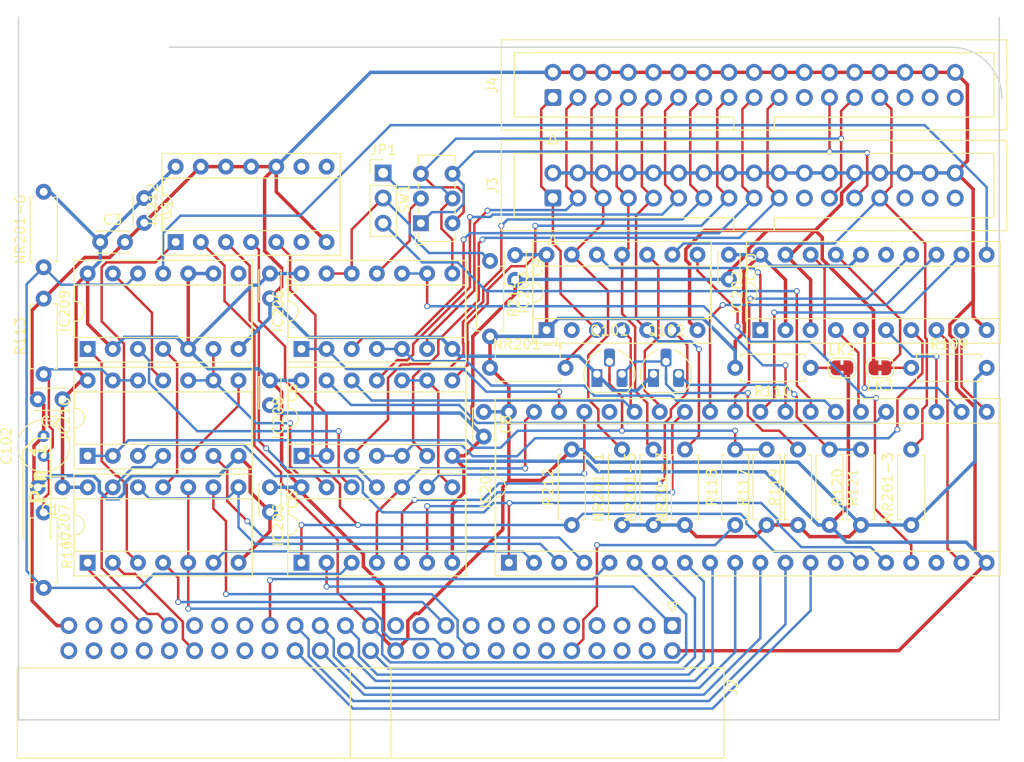
<source format=kicad_pcb>
(kicad_pcb (version 20171130) (host pcbnew "(5.1.10)-1")
  (layers (0 F.Cu signal) (31 B.Cu signal) (34 B.Paste user) (35 F.Paste user) (36 B.SilkS user) (37 F.SilkS user hide) (38 B.Mask user) (39 F.Mask user) (44 Edge.Cuts user))
  (net 0 "")
  (net 1 GND)
  (net 2 +5V)
  (net 3 D0)
  (net 4 D1)
  (net 5 D2)
  (net 6 D3)
  (net 7 D4)
  (net 8 D5)
  (net 9 D6)
  (net 10 D7)
  (net 11 A8)
  (net 12 A0)
  (net 13 A7)
  (net 14 A10)
  (net 15 "Net-(C102-Pad1)")
  (net 16 "Net-(IC201-Pad39)")
  (net 17 /DDI/DDI-FDDS/HLT_CLK)
  (net 18 "Net-(IC201-Pad38)")
  (net 19 "Net-(IC201-Pad18)")
  (net 20 "Net-(IC201-Pad37)")
  (net 21 "Net-(IC201-Pad17)")
  (net 22 "Net-(IC201-Pad36)")
  (net 23 "Net-(IC201-Pad1)")
  (net 24 "Net-(IC201-Pad35)")
  (net 25 "Net-(IC201-Pad15)")
  (net 26 "Net-(IC201-Pad34)")
  (net 27 "Net-(IC201-Pad14)")
  (net 28 "Net-(IC201-Pad33)")
  (net 29 /DDI/DDI-FDDS/EARLY)
  (net 30 /DDI/DDI-FDDS/LATE)
  (net 31 /DDI/DDI-FDDS/WDIN)
  (net 32 "Net-(IC201-Pad29)")
  (net 33 "Net-(IC201-Pad28)")
  (net 34 "Net-(IC201-Pad27)")
  (net 35 /DDI/DDI-FDDS/DENS)
  (net 36 "Net-(IC201-Pad25)")
  (net 37 "Net-(IC201-Pad24)")
  (net 38 "Net-(IC201-Pad4)")
  (net 39 /DDI/DDI-FDDS/SEPD)
  (net 40 "Net-(IC201-Pad3)")
  (net 41 /DDI/DDI-FDDS/SEPCLK)
  (net 42 "Net-(IC201-Pad2)")
  (net 43 /DDI/DDI-FDDS/CLKOUT)
  (net 44 "Net-(IC202-Pad18)")
  (net 45 "Net-(IC202-Pad17)")
  (net 46 /DDI/DDI-FDDS/WDOUT)
  (net 47 "Net-(IC202-Pad15)")
  (net 48 "Net-(IC202-Pad11)")
  (net 49 /DDI/DDI-FDDS/~DSKD)
  (net 50 "Net-(IC205-Pad8)")
  (net 51 /DDI/~SIDE1_SELECT)
  (net 52 /DDI/~DIRECTION_SELECT)
  (net 53 "Net-(IC206-Pad8)")
  (net 54 /DDI/~WRITE_DATA)
  (net 55 /DDI/~WRITE_GATE)
  (net 56 /DDI/~MOTOR_ON)
  (net 57 "Net-(IC208-Pad1)")
  (net 58 /DDI/~STEP)
  (net 59 "Net-(IC210-Pad5)")
  (net 60 /DDI/DEVICE_SELECT)
  (net 61 /DDI/DDI-FDDS/~RESET_INT)
  (net 62 "Net-(IC212-Pad6)")
  (net 63 "Net-(IC212-Pad8)")
  (net 64 /DDI/~READY)
  (net 65 /DDI/~INDEX)
  (net 66 /DDI/~WRITE_PROTECT)
  (net 67 /DDI/~READ_DATA)
  (net 68 /DDI/~TRACK0)
  (net 69 "Net-(J3-Pad33)")
  (net 70 "Net-(J3-Pad31)")
  (net 71 "Net-(J3-Pad29)")
  (net 72 /DDI/~DRIVE_SELECT_0)
  (net 73 "Net-(J3-Pad21)")
  (net 74 "Net-(J4-Pad33)")
  (net 75 "Net-(J4-Pad31)")
  (net 76 "Net-(J4-Pad29)")
  (net 77 "Net-(J4-Pad21)")
  (net 78 "Net-(Q101-Pad3)")
  (net 79 "Net-(Q102-Pad3)")
  (net 80 "Net-(IC203-Pad6)")
  (net 81 "Net-(IC207-Pad11)")
  (net 82 "Net-(IC207-Pad3)")
  (net 83 "Net-(IC212-Pad9)")
  (net 84 /DDI/DDI-FDDS/CLK_4)
  (net 85 "Net-(IC205-Pad12)")
  (net 86 "Net-(IC205-Pad11)")
  (net 87 "Net-(IC206-Pad12)")
  (net 88 "Net-(IC206-Pad11)")
  (net 89 "Net-(IC203-Pad2)")
  (net 90 /DDI/~DRIVE_SELECT_1)
  (net 91 "Net-(IC209-Pad13)")
  (net 92 "Net-(IC209-Pad8)")
  (net 93 "Net-(J2-Pad50)")
  (net 94 "Net-(J2-Pad48)")
  (net 95 "Net-(J2-Pad46)")
  (net 96 "Net-(J2-Pad44)")
  (net 97 "Net-(J2-Pad42)")
  (net 98 "Net-(J2-Pad38)")
  (net 99 "Net-(J2-Pad36)")
  (net 100 "Net-(J2-Pad34)")
  (net 101 "Net-(J2-Pad22)")
  (net 102 "Net-(J2-Pad16)")
  (net 103 "Net-(J2-Pad14)")
  (net 104 "Net-(J2-Pad12)")
  (net 105 "Net-(J2-Pad8)")
  (net 106 "Net-(J2-Pad6)")
  (net 107 "Net-(J2-Pad4)")
  (net 108 "Net-(J2-Pad47)")
  (net 109 "Net-(J2-Pad45)")
  (net 110 "Net-(J2-Pad39)")
  (net 111 "Net-(J2-Pad37)")
  (net 112 "Net-(J2-Pad35)")
  (net 113 "Net-(J2-Pad23)")
  (net 114 "Net-(J2-Pad21)")
  (net 115 "Net-(J2-Pad17)")
  (net 116 "Net-(J2-Pad15)")
  (net 117 "Net-(J2-Pad13)")
  (net 118 "Net-(J2-Pad11)")
  (net 119 "Net-(J2-Pad9)")
  (net 120 "Net-(J2-Pad7)")
  (net 121 "Net-(J2-Pad5)")
  (net 122 "Net-(J2-Pad3)")
  (net 123 /CLK4)
  (net 124 /~IORQ)
  (net 125 /~WR)
  (net 126 /~RD)
  (net 127 /~RESET)
  (module Connector_IDC:IDC-Header_2x25_P2.54mm_Horizontal (layer F.Cu) (at 219.71 161.925 270)
    (fp_text reference J2 (at 6.215 -6.1 90) (layer F.SilkS))
    (fp_text value "MX4 Connector")
    (pad 50 thru_hole circle (at 2.54 60.96 270) (size 1.7 1.7) (drill 1) (layers *.Cu *.Mask) (net 93 "Net-(J2-Pad50)"))
    (pad 48 thru_hole circle (at 2.54 58.42 270) (size 1.7 1.7) (drill 1) (layers *.Cu *.Mask) (net 94 "Net-(J2-Pad48)"))
    (pad 46 thru_hole circle (at 2.54 55.88 270) (size 1.7 1.7) (drill 1) (layers *.Cu *.Mask) (net 95 "Net-(J2-Pad46)"))
    (pad 44 thru_hole circle (at 2.54 53.34 270) (size 1.7 1.7) (drill 1) (layers *.Cu *.Mask) (net 96 "Net-(J2-Pad44)"))
    (pad 42 thru_hole circle (at 2.54 50.8 270) (size 1.7 1.7) (drill 1) (layers *.Cu *.Mask) (net 97 "Net-(J2-Pad42)"))
    (pad 40 thru_hole circle (at 2.54 48.26 270) (size 1.7 1.7) (drill 1) (layers *.Cu *.Mask) (net 13 A7))
    (pad 38 thru_hole circle (at 2.54 45.72 270) (size 1.7 1.7) (drill 1) (layers *.Cu *.Mask) (net 98 "Net-(J2-Pad38)"))
    (pad 36 thru_hole circle (at 2.54 43.18 270) (size 1.7 1.7) (drill 1) (layers *.Cu *.Mask) (net 99 "Net-(J2-Pad36)"))
    (pad 34 thru_hole circle (at 2.54 40.64 270) (size 1.7 1.7) (drill 1) (layers *.Cu *.Mask) (net 100 "Net-(J2-Pad34)"))
    (pad 32 thru_hole circle (at 2.54 38.1 270) (size 1.7 1.7) (drill 1) (layers *.Cu *.Mask) (net 10 D7))
    (pad 30 thru_hole circle (at 2.54 35.56 270) (size 1.7 1.7) (drill 1) (layers *.Cu *.Mask) (net 8 D5))
    (pad 28 thru_hole circle (at 2.54 33.02 270) (size 1.7 1.7) (drill 1) (layers *.Cu *.Mask) (net 6 D3))
    (pad 26 thru_hole circle (at 2.54 30.48 270) (size 1.7 1.7) (drill 1) (layers *.Cu *.Mask) (net 4 D1))
    (pad 24 thru_hole circle (at 2.54 27.94 270) (size 1.7 1.7) (drill 1) (layers *.Cu *.Mask) (net 2 +5V))
    (pad 22 thru_hole circle (at 2.54 25.4 270) (size 1.7 1.7) (drill 1) (layers *.Cu *.Mask) (net 101 "Net-(J2-Pad22)"))
    (pad 20 thru_hole circle (at 2.54 22.86 270) (size 1.7 1.7) (drill 1) (layers *.Cu *.Mask) (net 124 /~IORQ))
    (pad 18 thru_hole circle (at 2.54 20.32 270) (size 1.7 1.7) (drill 1) (layers *.Cu *.Mask) (net 125 /~WR))
    (pad 16 thru_hole circle (at 2.54 17.78 270) (size 1.7 1.7) (drill 1) (layers *.Cu *.Mask) (net 102 "Net-(J2-Pad16)"))
    (pad 14 thru_hole circle (at 2.54 15.24 270) (size 1.7 1.7) (drill 1) (layers *.Cu *.Mask) (net 103 "Net-(J2-Pad14)"))
    (pad 12 thru_hole circle (at 2.54 12.7 270) (size 1.7 1.7) (drill 1) (layers *.Cu *.Mask) (net 104 "Net-(J2-Pad12)"))
    (pad 10 thru_hole circle (at 2.54 10.16 270) (size 1.7 1.7) (drill 1) (layers *.Cu *.Mask) (net 127 /~RESET))
    (pad 8 thru_hole circle (at 2.54 7.62 270) (size 1.7 1.7) (drill 1) (layers *.Cu *.Mask) (net 105 "Net-(J2-Pad8)"))
    (pad 6 thru_hole circle (at 2.54 5.08 270) (size 1.7 1.7) (drill 1) (layers *.Cu *.Mask) (net 106 "Net-(J2-Pad6)"))
    (pad 4 thru_hole circle (at 2.54 2.54 270) (size 1.7 1.7) (drill 1) (layers *.Cu *.Mask) (net 107 "Net-(J2-Pad4)"))
    (pad 2 thru_hole circle (at 2.54 0 270) (size 1.7 1.7) (drill 1) (layers *.Cu *.Mask) (net 1 GND))
    (pad 49 thru_hole circle (at 0 60.96 270) (size 1.7 1.7) (drill 1) (layers *.Cu *.Mask) (net 1 GND))
    (pad 47 thru_hole circle (at 0 58.42 270) (size 1.7 1.7) (drill 1) (layers *.Cu *.Mask) (net 108 "Net-(J2-Pad47)"))
    (pad 45 thru_hole circle (at 0 55.88 270) (size 1.7 1.7) (drill 1) (layers *.Cu *.Mask) (net 109 "Net-(J2-Pad45)"))
    (pad 43 thru_hole circle (at 0 53.34 270) (size 1.7 1.7) (drill 1) (layers *.Cu *.Mask) (net 14 A10))
    (pad 41 thru_hole circle (at 0 50.8 270) (size 1.7 1.7) (drill 1) (layers *.Cu *.Mask) (net 11 A8))
    (pad 39 thru_hole circle (at 0 48.26 270) (size 1.7 1.7) (drill 1) (layers *.Cu *.Mask) (net 110 "Net-(J2-Pad39)"))
    (pad 37 thru_hole circle (at 0 45.72 270) (size 1.7 1.7) (drill 1) (layers *.Cu *.Mask) (net 111 "Net-(J2-Pad37)"))
    (pad 35 thru_hole circle (at 0 43.18 270) (size 1.7 1.7) (drill 1) (layers *.Cu *.Mask) (net 112 "Net-(J2-Pad35)"))
    (pad 33 thru_hole circle (at 0 40.64 270) (size 1.7 1.7) (drill 1) (layers *.Cu *.Mask) (net 12 A0))
    (pad 31 thru_hole circle (at 0 38.1 270) (size 1.7 1.7) (drill 1) (layers *.Cu *.Mask) (net 9 D6))
    (pad 29 thru_hole circle (at 0 35.56 270) (size 1.7 1.7) (drill 1) (layers *.Cu *.Mask) (net 7 D4))
    (pad 27 thru_hole circle (at 0 33.02 270) (size 1.7 1.7) (drill 1) (layers *.Cu *.Mask) (net 5 D2))
    (pad 25 thru_hole circle (at 0 30.48 270) (size 1.7 1.7) (drill 1) (layers *.Cu *.Mask) (net 3 D0))
    (pad 23 thru_hole circle (at 0 27.94 270) (size 1.7 1.7) (drill 1) (layers *.Cu *.Mask) (net 113 "Net-(J2-Pad23)"))
    (pad 21 thru_hole circle (at 0 25.4 270) (size 1.7 1.7) (drill 1) (layers *.Cu *.Mask) (net 114 "Net-(J2-Pad21)"))
    (pad 19 thru_hole circle (at 0 22.86 270) (size 1.7 1.7) (drill 1) (layers *.Cu *.Mask) (net 126 /~RD))
    (pad 17 thru_hole circle (at 0 20.32 270) (size 1.7 1.7) (drill 1) (layers *.Cu *.Mask) (net 115 "Net-(J2-Pad17)"))
    (pad 15 thru_hole circle (at 0 17.78 270) (size 1.7 1.7) (drill 1) (layers *.Cu *.Mask) (net 116 "Net-(J2-Pad15)"))
    (pad 13 thru_hole circle (at 0 15.24 270) (size 1.7 1.7) (drill 1) (layers *.Cu *.Mask) (net 117 "Net-(J2-Pad13)"))
    (pad 11 thru_hole circle (at 0 12.7 270) (size 1.7 1.7) (drill 1) (layers *.Cu *.Mask) (net 118 "Net-(J2-Pad11)"))
    (pad 9 thru_hole circle (at 0 10.16 270) (size 1.7 1.7) (drill 1) (layers *.Cu *.Mask) (net 119 "Net-(J2-Pad9)"))
    (pad 7 thru_hole circle (at 0 7.62 270) (size 1.7 1.7) (drill 1) (layers *.Cu *.Mask) (net 120 "Net-(J2-Pad7)"))
    (pad 5 thru_hole circle (at 0 5.08 270) (size 1.7 1.7) (drill 1) (layers *.Cu *.Mask) (net 121 "Net-(J2-Pad5)"))
    (pad 3 thru_hole circle (at 0 2.54 270) (size 1.7 1.7) (drill 1) (layers *.Cu *.Mask) (net 122 "Net-(J2-Pad3)"))
    (pad 1 thru_hole roundrect (at 0 0 270) (size 1.7 1.7) (drill 1) (layers *.Cu *.Mask) (roundrect_rratio 0.147059) (net 123 /CLK4))
  )
  (module Package_TO_SOT_THT:TO-92_HandSolder (layer F.Cu) (at 217.805 136.525)
    (fp_text reference Q102 (at 1.27 -4.4) (layer F.SilkS))
    (fp_text value 2SC1815)
    (pad 1 thru_hole rect (at 0 0) (size 1.1 1.8) (drill 0.75 (offset 0 0.4)) (layers *.Cu *.Mask) (net 1 GND))
    (pad 3 thru_hole roundrect (at 2.54 0) (size 1.1 1.8) (drill 0.75 (offset 0 0.4)) (layers *.Cu *.Mask) (net 79 "Net-(Q102-Pad3)"))
    (pad 2 thru_hole roundrect (at 1.27 -1.27) (size 1.1 1.8) (drill 0.75 (offset 0 -0.4)) (layers *.Cu *.Mask) (net 78 "Net-(Q101-Pad3)"))
  )
  (module Package_TO_SOT_THT:TO-92_HandSolder (layer F.Cu) (at 212.09 136.525)
    (fp_text reference Q101 (at 1.27 -4.4) (layer F.SilkS))
    (fp_text value 2SC1815)
    (pad 1 thru_hole rect (at 0 0) (size 1.1 1.8) (drill 0.75 (offset 0 0.4)) (layers *.Cu *.Mask) (net 1 GND))
    (pad 3 thru_hole roundrect (at 2.54 0) (size 1.1 1.8) (drill 0.75 (offset 0 0.4)) (layers *.Cu *.Mask) (net 78 "Net-(Q101-Pad3)"))
    (pad 2 thru_hole roundrect (at 1.27 -1.27) (size 1.1 1.8) (drill 0.75 (offset 0 -0.4)) (layers *.Cu *.Mask) (net 61 /DDI/DDI-FDDS/~RESET_INT))
  )
  (module Connector_IDC:IDC-Header_2x17_P2.54mm_Vertical (layer F.Cu) (at 207.645 108.585 90)
    (fp_text reference J4 (at 1.27 -6.1 90) (layer F.SilkS))
    (fp_text value Conn_02x17_Odd_Even)
    (pad 34 thru_hole circle (at 2.54 40.64 90) (size 1.7 1.7) (drill 1) (layers *.Cu *.Mask) (net 1 GND))
    (pad 32 thru_hole circle (at 2.54 38.1 90) (size 1.7 1.7) (drill 1) (layers *.Cu *.Mask) (net 1 GND))
    (pad 30 thru_hole circle (at 2.54 35.56 90) (size 1.7 1.7) (drill 1) (layers *.Cu *.Mask) (net 1 GND))
    (pad 28 thru_hole circle (at 2.54 33.02 90) (size 1.7 1.7) (drill 1) (layers *.Cu *.Mask) (net 1 GND))
    (pad 26 thru_hole circle (at 2.54 30.48 90) (size 1.7 1.7) (drill 1) (layers *.Cu *.Mask) (net 1 GND))
    (pad 24 thru_hole circle (at 2.54 27.94 90) (size 1.7 1.7) (drill 1) (layers *.Cu *.Mask) (net 1 GND))
    (pad 22 thru_hole circle (at 2.54 25.4 90) (size 1.7 1.7) (drill 1) (layers *.Cu *.Mask) (net 1 GND))
    (pad 20 thru_hole circle (at 2.54 22.86 90) (size 1.7 1.7) (drill 1) (layers *.Cu *.Mask) (net 1 GND))
    (pad 18 thru_hole circle (at 2.54 20.32 90) (size 1.7 1.7) (drill 1) (layers *.Cu *.Mask) (net 1 GND))
    (pad 16 thru_hole circle (at 2.54 17.78 90) (size 1.7 1.7) (drill 1) (layers *.Cu *.Mask) (net 1 GND))
    (pad 14 thru_hole circle (at 2.54 15.24 90) (size 1.7 1.7) (drill 1) (layers *.Cu *.Mask) (net 1 GND))
    (pad 12 thru_hole circle (at 2.54 12.7 90) (size 1.7 1.7) (drill 1) (layers *.Cu *.Mask) (net 1 GND))
    (pad 10 thru_hole circle (at 2.54 10.16 90) (size 1.7 1.7) (drill 1) (layers *.Cu *.Mask) (net 1 GND))
    (pad 8 thru_hole circle (at 2.54 7.62 90) (size 1.7 1.7) (drill 1) (layers *.Cu *.Mask) (net 1 GND))
    (pad 6 thru_hole circle (at 2.54 5.08 90) (size 1.7 1.7) (drill 1) (layers *.Cu *.Mask) (net 1 GND))
    (pad 4 thru_hole circle (at 2.54 2.54 90) (size 1.7 1.7) (drill 1) (layers *.Cu *.Mask) (net 1 GND))
    (pad 2 thru_hole circle (at 2.54 0 90) (size 1.7 1.7) (drill 1) (layers *.Cu *.Mask) (net 1 GND))
    (pad 33 thru_hole circle (at 0 40.64 90) (size 1.7 1.7) (drill 1) (layers *.Cu *.Mask) (net 74 "Net-(J4-Pad33)"))
    (pad 31 thru_hole circle (at 0 38.1 90) (size 1.7 1.7) (drill 1) (layers *.Cu *.Mask) (net 75 "Net-(J4-Pad31)"))
    (pad 29 thru_hole circle (at 0 35.56 90) (size 1.7 1.7) (drill 1) (layers *.Cu *.Mask) (net 76 "Net-(J4-Pad29)"))
    (pad 27 thru_hole circle (at 0 33.02 90) (size 1.7 1.7) (drill 1) (layers *.Cu *.Mask) (net 65 /DDI/~INDEX))
    (pad 25 thru_hole circle (at 0 30.48 90) (size 1.7 1.7) (drill 1) (layers *.Cu *.Mask) (net 90 /DDI/~DRIVE_SELECT_1))
    (pad 23 thru_hole circle (at 0 27.94 90) (size 1.7 1.7) (drill 1) (layers *.Cu *.Mask) (net 72 /DDI/~DRIVE_SELECT_0))
    (pad 21 thru_hole circle (at 0 25.4 90) (size 1.7 1.7) (drill 1) (layers *.Cu *.Mask) (net 77 "Net-(J4-Pad21)"))
    (pad 19 thru_hole circle (at 0 22.86 90) (size 1.7 1.7) (drill 1) (layers *.Cu *.Mask) (net 56 /DDI/~MOTOR_ON))
    (pad 17 thru_hole circle (at 0 20.32 90) (size 1.7 1.7) (drill 1) (layers *.Cu *.Mask) (net 52 /DDI/~DIRECTION_SELECT))
    (pad 15 thru_hole circle (at 0 17.78 90) (size 1.7 1.7) (drill 1) (layers *.Cu *.Mask) (net 58 /DDI/~STEP))
    (pad 13 thru_hole circle (at 0 15.24 90) (size 1.7 1.7) (drill 1) (layers *.Cu *.Mask) (net 54 /DDI/~WRITE_DATA))
    (pad 11 thru_hole circle (at 0 12.7 90) (size 1.7 1.7) (drill 1) (layers *.Cu *.Mask) (net 55 /DDI/~WRITE_GATE))
    (pad 9 thru_hole circle (at 0 10.16 90) (size 1.7 1.7) (drill 1) (layers *.Cu *.Mask) (net 68 /DDI/~TRACK0))
    (pad 7 thru_hole circle (at 0 7.62 90) (size 1.7 1.7) (drill 1) (layers *.Cu *.Mask) (net 66 /DDI/~WRITE_PROTECT))
    (pad 5 thru_hole circle (at 0 5.08 90) (size 1.7 1.7) (drill 1) (layers *.Cu *.Mask) (net 67 /DDI/~READ_DATA))
    (pad 3 thru_hole circle (at 0 2.54 90) (size 1.7 1.7) (drill 1) (layers *.Cu *.Mask) (net 51 /DDI/~SIDE1_SELECT))
    (pad 1 thru_hole roundrect (at 0 0 90) (size 1.7 1.7) (drill 1) (layers *.Cu *.Mask) (roundrect_rratio 0.147059) (net 64 /DDI/~READY))
  )
  (module Connector_IDC:IDC-Header_2x17_P2.54mm_Vertical (layer F.Cu) (at 207.645 118.745 90)
    (fp_text reference J3 (at 1.27 -6.1 90) (layer F.SilkS))
    (fp_text value Conn_02x17_Odd_Even)
    (pad 34 thru_hole circle (at 2.54 40.64 90) (size 1.7 1.7) (drill 1) (layers *.Cu *.Mask) (net 1 GND))
    (pad 32 thru_hole circle (at 2.54 38.1 90) (size 1.7 1.7) (drill 1) (layers *.Cu *.Mask) (net 1 GND))
    (pad 30 thru_hole circle (at 2.54 35.56 90) (size 1.7 1.7) (drill 1) (layers *.Cu *.Mask) (net 1 GND))
    (pad 28 thru_hole circle (at 2.54 33.02 90) (size 1.7 1.7) (drill 1) (layers *.Cu *.Mask) (net 1 GND))
    (pad 26 thru_hole circle (at 2.54 30.48 90) (size 1.7 1.7) (drill 1) (layers *.Cu *.Mask) (net 1 GND))
    (pad 24 thru_hole circle (at 2.54 27.94 90) (size 1.7 1.7) (drill 1) (layers *.Cu *.Mask) (net 1 GND))
    (pad 22 thru_hole circle (at 2.54 25.4 90) (size 1.7 1.7) (drill 1) (layers *.Cu *.Mask) (net 1 GND))
    (pad 20 thru_hole circle (at 2.54 22.86 90) (size 1.7 1.7) (drill 1) (layers *.Cu *.Mask) (net 1 GND))
    (pad 18 thru_hole circle (at 2.54 20.32 90) (size 1.7 1.7) (drill 1) (layers *.Cu *.Mask) (net 1 GND))
    (pad 16 thru_hole circle (at 2.54 17.78 90) (size 1.7 1.7) (drill 1) (layers *.Cu *.Mask) (net 1 GND))
    (pad 14 thru_hole circle (at 2.54 15.24 90) (size 1.7 1.7) (drill 1) (layers *.Cu *.Mask) (net 1 GND))
    (pad 12 thru_hole circle (at 2.54 12.7 90) (size 1.7 1.7) (drill 1) (layers *.Cu *.Mask) (net 1 GND))
    (pad 10 thru_hole circle (at 2.54 10.16 90) (size 1.7 1.7) (drill 1) (layers *.Cu *.Mask) (net 1 GND))
    (pad 8 thru_hole circle (at 2.54 7.62 90) (size 1.7 1.7) (drill 1) (layers *.Cu *.Mask) (net 1 GND))
    (pad 6 thru_hole circle (at 2.54 5.08 90) (size 1.7 1.7) (drill 1) (layers *.Cu *.Mask) (net 1 GND))
    (pad 4 thru_hole circle (at 2.54 2.54 90) (size 1.7 1.7) (drill 1) (layers *.Cu *.Mask) (net 1 GND))
    (pad 2 thru_hole circle (at 2.54 0 90) (size 1.7 1.7) (drill 1) (layers *.Cu *.Mask) (net 1 GND))
    (pad 33 thru_hole circle (at 0 40.64 90) (size 1.7 1.7) (drill 1) (layers *.Cu *.Mask) (net 69 "Net-(J3-Pad33)"))
    (pad 31 thru_hole circle (at 0 38.1 90) (size 1.7 1.7) (drill 1) (layers *.Cu *.Mask) (net 70 "Net-(J3-Pad31)"))
    (pad 29 thru_hole circle (at 0 35.56 90) (size 1.7 1.7) (drill 1) (layers *.Cu *.Mask) (net 71 "Net-(J3-Pad29)"))
    (pad 27 thru_hole circle (at 0 33.02 90) (size 1.7 1.7) (drill 1) (layers *.Cu *.Mask) (net 65 /DDI/~INDEX))
    (pad 25 thru_hole circle (at 0 30.48 90) (size 1.7 1.7) (drill 1) (layers *.Cu *.Mask) (net 72 /DDI/~DRIVE_SELECT_0))
    (pad 23 thru_hole circle (at 0 27.94 90) (size 1.7 1.7) (drill 1) (layers *.Cu *.Mask) (net 90 /DDI/~DRIVE_SELECT_1))
    (pad 21 thru_hole circle (at 0 25.4 90) (size 1.7 1.7) (drill 1) (layers *.Cu *.Mask) (net 73 "Net-(J3-Pad21)"))
    (pad 19 thru_hole circle (at 0 22.86 90) (size 1.7 1.7) (drill 1) (layers *.Cu *.Mask) (net 56 /DDI/~MOTOR_ON))
    (pad 17 thru_hole circle (at 0 20.32 90) (size 1.7 1.7) (drill 1) (layers *.Cu *.Mask) (net 52 /DDI/~DIRECTION_SELECT))
    (pad 15 thru_hole circle (at 0 17.78 90) (size 1.7 1.7) (drill 1) (layers *.Cu *.Mask) (net 58 /DDI/~STEP))
    (pad 13 thru_hole circle (at 0 15.24 90) (size 1.7 1.7) (drill 1) (layers *.Cu *.Mask) (net 54 /DDI/~WRITE_DATA))
    (pad 11 thru_hole circle (at 0 12.7 90) (size 1.7 1.7) (drill 1) (layers *.Cu *.Mask) (net 55 /DDI/~WRITE_GATE))
    (pad 9 thru_hole circle (at 0 10.16 90) (size 1.7 1.7) (drill 1) (layers *.Cu *.Mask) (net 68 /DDI/~TRACK0))
    (pad 7 thru_hole circle (at 0 7.62 90) (size 1.7 1.7) (drill 1) (layers *.Cu *.Mask) (net 66 /DDI/~WRITE_PROTECT))
    (pad 5 thru_hole circle (at 0 5.08 90) (size 1.7 1.7) (drill 1) (layers *.Cu *.Mask) (net 67 /DDI/~READ_DATA))
    (pad 3 thru_hole circle (at 0 2.54 90) (size 1.7 1.7) (drill 1) (layers *.Cu *.Mask) (net 51 /DDI/~SIDE1_SELECT))
    (pad 1 thru_hole roundrect (at 0 0 90) (size 1.7 1.7) (drill 1) (layers *.Cu *.Mask) (roundrect_rratio 0.147059) (net 64 /DDI/~READY))
  )
  (module Resistor_THT:R_Axial_DIN0207_L6.3mm_D2.5mm_P7.62mm_Horizontal (layer F.Cu) (at 156.21 125.73 90)
    (fp_text reference NR201-6 (at 3.81 -2.37 90) (layer F.SilkS))
    (fp_text value 680R)
    (pad 2 thru_hole oval (at 7.62 0 90) (size 1.6 1.6) (drill 0.8) (layers *.Cu *.Mask) (net 2 +5V))
    (pad 1 thru_hole circle (at 0 0 90) (size 1.6 1.6) (drill 0.8) (layers *.Cu *.Mask) (net 84 /DDI/DDI-FDDS/CLK_4))
  )
  (module Capacitor_THT:C_Disc_D3.0mm_W2.0mm_P2.50mm (layer F.Cu) (at 225.425 124.46 270)
    (fp_text reference C10 (at 1.25 -2.25 90) (layer F.SilkS))
    (fp_text value 0.1nF)
    (pad 2 thru_hole circle (at 2.5 0 270) (size 1.6 1.6) (drill 0.8) (layers *.Cu *.Mask) (net 1 GND))
    (pad 1 thru_hole circle (at 0 0 270) (size 1.6 1.6) (drill 0.8) (layers *.Cu *.Mask) (net 2 +5V))
  )
  (module Capacitor_THT:C_Disc_D3.0mm_W2.0mm_P2.50mm (layer F.Cu) (at 203.835 124.5 270)
    (fp_text reference C9 (at 1.25 -2.25 90) (layer F.SilkS))
    (fp_text value 0.1nF)
    (pad 2 thru_hole circle (at 2.5 0 270) (size 1.6 1.6) (drill 0.8) (layers *.Cu *.Mask) (net 1 GND))
    (pad 1 thru_hole circle (at 0 0 270) (size 1.6 1.6) (drill 0.8) (layers *.Cu *.Mask) (net 2 +5V))
  )
  (module Capacitor_THT:C_Disc_D3.0mm_W2.0mm_P2.50mm (layer F.Cu) (at 200.66 140.335 270)
    (fp_text reference C8 (at 1.25 -2.25 90) (layer F.SilkS))
    (fp_text value 0.1nF)
    (pad 2 thru_hole circle (at 2.5 0 270) (size 1.6 1.6) (drill 0.8) (layers *.Cu *.Mask) (net 1 GND))
    (pad 1 thru_hole circle (at 0 0 270) (size 1.6 1.6) (drill 0.8) (layers *.Cu *.Mask) (net 2 +5V))
  )
  (module Capacitor_THT:C_Disc_D3.0mm_W2.0mm_P2.50mm (layer F.Cu) (at 179.07 126.365 270)
    (fp_text reference C7 (at 1.25 -2.25 90) (layer F.SilkS))
    (fp_text value 0.1nF)
    (pad 2 thru_hole circle (at 2.5 0 270) (size 1.6 1.6) (drill 0.8) (layers *.Cu *.Mask) (net 1 GND))
    (pad 1 thru_hole circle (at 0 0 270) (size 1.6 1.6) (drill 0.8) (layers *.Cu *.Mask) (net 2 +5V))
  )
  (module Capacitor_THT:C_Disc_D3.0mm_W2.0mm_P2.50mm (layer F.Cu) (at 179.07 137.16 270)
    (fp_text reference C6 (at 1.25 -2.25 90) (layer F.SilkS))
    (fp_text value 0.1nF)
    (pad 2 thru_hole circle (at 2.5 0 270) (size 1.6 1.6) (drill 0.8) (layers *.Cu *.Mask) (net 1 GND))
    (pad 1 thru_hole circle (at 0 0 270) (size 1.6 1.6) (drill 0.8) (layers *.Cu *.Mask) (net 2 +5V))
  )
  (module Capacitor_THT:C_Disc_D3.0mm_W2.0mm_P2.50mm (layer F.Cu) (at 179.07 147.955 270)
    (fp_text reference C5 (at 1.25 -2.25 90) (layer F.SilkS))
    (fp_text value 0.1nF)
    (pad 2 thru_hole circle (at 2.5 0 270) (size 1.6 1.6) (drill 0.8) (layers *.Cu *.Mask) (net 1 GND))
    (pad 1 thru_hole circle (at 0 0 270) (size 1.6 1.6) (drill 0.8) (layers *.Cu *.Mask) (net 2 +5V))
  )
  (module Package_DIP:DIP-14_W7.62mm_Socket (layer F.Cu) (at 182.245 155.575 90)
    (fp_text reference IC205 (at 3.81 -2.33 90) (layer F.SilkS))
    (fp_text value 74LS08)
    (pad 14 thru_hole oval (at 7.62 0 90) (size 1.6 1.6) (drill 0.8) (layers *.Cu *.Mask) (net 2 +5V))
    (pad 7 thru_hole oval (at 0 15.24 90) (size 1.6 1.6) (drill 0.8) (layers *.Cu *.Mask) (net 1 GND))
    (pad 13 thru_hole oval (at 7.62 2.54 90) (size 1.6 1.6) (drill 0.8) (layers *.Cu *.Mask) (net 60 /DDI/DEVICE_SELECT))
    (pad 6 thru_hole oval (at 0 12.7 90) (size 1.6 1.6) (drill 0.8) (layers *.Cu *.Mask) (net 28 "Net-(IC201-Pad33)"))
    (pad 12 thru_hole oval (at 7.62 5.08 90) (size 1.6 1.6) (drill 0.8) (layers *.Cu *.Mask) (net 85 "Net-(IC205-Pad12)"))
    (pad 5 thru_hole oval (at 0 10.16 90) (size 1.6 1.6) (drill 0.8) (layers *.Cu *.Mask) (net 80 "Net-(IC203-Pad6)"))
    (pad 11 thru_hole oval (at 7.62 7.62 90) (size 1.6 1.6) (drill 0.8) (layers *.Cu *.Mask) (net 86 "Net-(IC205-Pad11)"))
    (pad 4 thru_hole oval (at 0 7.62 90) (size 1.6 1.6) (drill 0.8) (layers *.Cu *.Mask) (net 16 "Net-(IC201-Pad39)"))
    (pad 10 thru_hole oval (at 7.62 10.16 90) (size 1.6 1.6) (drill 0.8) (layers *.Cu *.Mask) (net 16 "Net-(IC201-Pad39)"))
    (pad 3 thru_hole oval (at 0 5.08 90) (size 1.6 1.6) (drill 0.8) (layers *.Cu *.Mask) (net 84 /DDI/DDI-FDDS/CLK_4))
    (pad 9 thru_hole oval (at 7.62 12.7 90) (size 1.6 1.6) (drill 0.8) (layers *.Cu *.Mask) (net 20 "Net-(IC201-Pad37)"))
    (pad 2 thru_hole oval (at 0 2.54 90) (size 1.6 1.6) (drill 0.8) (layers *.Cu *.Mask) (net 123 /CLK4))
    (pad 8 thru_hole oval (at 7.62 15.24 90) (size 1.6 1.6) (drill 0.8) (layers *.Cu *.Mask) (net 50 "Net-(IC205-Pad8)"))
    (pad 1 thru_hole rect (at 0 0 90) (size 1.6 1.6) (drill 0.8) (layers *.Cu *.Mask) (net 25 "Net-(IC201-Pad15)"))
  )
  (module Package_DIP:DIP-14_W7.62mm_Socket (layer F.Cu) (at 207.01 132.08 90)
    (fp_text reference IC203 (at 3.81 -2.33 90) (layer F.SilkS))
    (fp_text value 74LS04)
    (pad 14 thru_hole oval (at 7.62 0 90) (size 1.6 1.6) (drill 0.8) (layers *.Cu *.Mask) (net 2 +5V))
    (pad 7 thru_hole oval (at 0 15.24 90) (size 1.6 1.6) (drill 0.8) (layers *.Cu *.Mask) (net 1 GND))
    (pad 13 thru_hole oval (at 7.62 2.54 90) (size 1.6 1.6) (drill 0.8) (layers *.Cu *.Mask) (net 67 /DDI/~READ_DATA))
    (pad 6 thru_hole oval (at 0 12.7 90) (size 1.6 1.6) (drill 0.8) (layers *.Cu *.Mask) (net 80 "Net-(IC203-Pad6)"))
    (pad 12 thru_hole oval (at 7.62 5.08 90) (size 1.6 1.6) (drill 0.8) (layers *.Cu *.Mask) (net 49 /DDI/DDI-FDDS/~DSKD))
    (pad 5 thru_hole oval (at 0 10.16 90) (size 1.6 1.6) (drill 0.8) (layers *.Cu *.Mask) (net 68 /DDI/~TRACK0))
    (pad 11 thru_hole oval (at 7.62 7.62 90) (size 1.6 1.6) (drill 0.8) (layers *.Cu *.Mask) (net 66 /DDI/~WRITE_PROTECT))
    (pad 4 thru_hole oval (at 0 7.62 90) (size 1.6 1.6) (drill 0.8) (layers *.Cu *.Mask) (net 24 "Net-(IC201-Pad35)"))
    (pad 10 thru_hole oval (at 7.62 10.16 90) (size 1.6 1.6) (drill 0.8) (layers *.Cu *.Mask) (net 26 "Net-(IC201-Pad34)"))
    (pad 3 thru_hole oval (at 0 5.08 90) (size 1.6 1.6) (drill 0.8) (layers *.Cu *.Mask) (net 64 /DDI/~READY))
    (pad 9 thru_hole oval (at 7.62 12.7 90) (size 1.6 1.6) (drill 0.8) (layers *.Cu *.Mask) (net 65 /DDI/~INDEX))
    (pad 2 thru_hole oval (at 0 2.54 90) (size 1.6 1.6) (drill 0.8) (layers *.Cu *.Mask) (net 89 "Net-(IC203-Pad2)"))
    (pad 8 thru_hole oval (at 7.62 15.24 90) (size 1.6 1.6) (drill 0.8) (layers *.Cu *.Mask) (net 21 "Net-(IC201-Pad17)"))
    (pad 1 thru_hole rect (at 0 0 90) (size 1.6 1.6) (drill 0.8) (layers *.Cu *.Mask) (net 2 +5V))
  )
  (module Package_DIP:DIP-14_W7.62mm_Socket (layer F.Cu) (at 169.545 123.19 90)
    (fp_text reference IC212 (at 3.81 -2.33 90) (layer F.SilkS))
    (fp_text value 74LS74)
    (pad 14 thru_hole oval (at 7.62 0 90) (size 1.6 1.6) (drill 0.8) (layers *.Cu *.Mask) (net 2 +5V))
    (pad 7 thru_hole oval (at 0 15.24 90) (size 1.6 1.6) (drill 0.8) (layers *.Cu *.Mask) (net 1 GND))
    (pad 13 thru_hole oval (at 7.62 2.54 90) (size 1.6 1.6) (drill 0.8) (layers *.Cu *.Mask) (net 1 GND))
    (pad 6 thru_hole oval (at 0 12.7 90) (size 1.6 1.6) (drill 0.8) (layers *.Cu *.Mask) (net 62 "Net-(IC212-Pad6)"))
    (pad 12 thru_hole oval (at 7.62 5.08 90) (size 1.6 1.6) (drill 0.8) (layers *.Cu *.Mask) (net 1 GND))
    (pad 5 thru_hole oval (at 0 10.16 90) (size 1.6 1.6) (drill 0.8) (layers *.Cu *.Mask) (net 57 "Net-(IC208-Pad1)"))
    (pad 11 thru_hole oval (at 7.62 7.62 90) (size 1.6 1.6) (drill 0.8) (layers *.Cu *.Mask) (net 1 GND))
    (pad 4 thru_hole oval (at 0 7.62 90) (size 1.6 1.6) (drill 0.8) (layers *.Cu *.Mask) (net 25 "Net-(IC201-Pad15)"))
    (pad 10 thru_hole oval (at 7.62 10.16 90) (size 1.6 1.6) (drill 0.8) (layers *.Cu *.Mask) (net 1 GND))
    (pad 3 thru_hole oval (at 0 5.08 90) (size 1.6 1.6) (drill 0.8) (layers *.Cu *.Mask) (net 86 "Net-(IC205-Pad11)"))
    (pad 9 thru_hole oval (at 7.62 12.7 90) (size 1.6 1.6) (drill 0.8) (layers *.Cu *.Mask) (net 83 "Net-(IC212-Pad9)"))
    (pad 2 thru_hole oval (at 0 2.54 90) (size 1.6 1.6) (drill 0.8) (layers *.Cu *.Mask) (net 3 D0))
    (pad 8 thru_hole oval (at 7.62 15.24 90) (size 1.6 1.6) (drill 0.8) (layers *.Cu *.Mask) (net 63 "Net-(IC212-Pad8)"))
    (pad 1 thru_hole rect (at 0 0 90) (size 1.6 1.6) (drill 0.8) (layers *.Cu *.Mask) (net 61 /DDI/DDI-FDDS/~RESET_INT))
  )
  (module Button_Switch_THT:SW_E-Switch_EG1271_DPDT (layer F.Cu) (at 194.31 121.285 90)
    (fp_text reference SW1 (at 2.5 -1.65 90) (layer F.SilkS))
    (fp_text value "A/B Switch")
    (pad 6 thru_hole circle (at 5 3.2 90) (size 1.6 1.6) (drill 0.8) (layers *.Cu *.Mask) (net 72 /DDI/~DRIVE_SELECT_0))
    (pad 5 thru_hole circle (at 2.5 3.2 90) (size 1.6 1.6) (drill 0.8) (layers *.Cu *.Mask) (net 53 "Net-(IC206-Pad8)"))
    (pad 4 thru_hole circle (at 0 3.2 90) (size 1.6 1.6) (drill 0.8) (layers *.Cu *.Mask) (net 90 /DDI/~DRIVE_SELECT_1))
    (pad 3 thru_hole circle (at 5 0 90) (size 1.6 1.6) (drill 0.8) (layers *.Cu *.Mask) (net 90 /DDI/~DRIVE_SELECT_1))
    (pad 2 thru_hole circle (at 2.5 0 90) (size 1.6 1.6) (drill 0.8) (layers *.Cu *.Mask) (net 88 "Net-(IC206-Pad11)"))
    (pad 1 thru_hole rect (at 0 0 90) (size 1.6 1.6) (drill 0.8) (layers *.Cu *.Mask) (net 72 /DDI/~DRIVE_SELECT_0))
  )
  (module Resistor_THT:R_Axial_DIN0207_L6.3mm_D2.5mm_P7.62mm_Horizontal (layer F.Cu) (at 201.295 125.095 270)
    (fp_text reference R214 (at 3.81 -2.37 90) (layer F.SilkS))
    (fp_text value 2K2)
    (pad 2 thru_hole oval (at 7.62 0 270) (size 1.6 1.6) (drill 0.8) (layers *.Cu *.Mask) (net 2 +5V))
    (pad 1 thru_hole circle (at 0 0 270) (size 1.6 1.6) (drill 0.8) (layers *.Cu *.Mask) (net 87 "Net-(IC206-Pad12)"))
  )
  (module Resistor_THT:R_Axial_DIN0207_L6.3mm_D2.5mm_P7.62mm_Horizontal (layer F.Cu) (at 209.55 151.765 90)
    (fp_text reference R212 (at 3.81 -2.37 90) (layer F.SilkS))
    (fp_text value 1k)
    (pad 2 thru_hole oval (at 7.62 0 90) (size 1.6 1.6) (drill 0.8) (layers *.Cu *.Mask) (net 2 +5V))
    (pad 1 thru_hole circle (at 0 0 90) (size 1.6 1.6) (drill 0.8) (layers *.Cu *.Mask) (net 25 "Net-(IC201-Pad15)"))
  )
  (module Resistor_THT:R_Axial_DIN0207_L6.3mm_D2.5mm_P7.62mm_Horizontal (layer F.Cu) (at 235.585 144.145 270)
    (fp_text reference R121 (at 3.81 -2.37 90) (layer F.SilkS))
    (fp_text value 560R)
    (pad 2 thru_hole oval (at 7.62 0 270) (size 1.6 1.6) (drill 0.8) (layers *.Cu *.Mask) (net 1 GND))
    (pad 1 thru_hole circle (at 0 0 270) (size 1.6 1.6) (drill 0.8) (layers *.Cu *.Mask) (net 79 "Net-(Q102-Pad3)"))
  )
  (module Resistor_THT:R_Axial_DIN0207_L6.3mm_D2.5mm_P7.62mm_Horizontal (layer F.Cu) (at 238.76 151.765 90)
    (fp_text reference R120 (at 3.81 -2.37 90) (layer F.SilkS))
    (fp_text value 2k2)
    (pad 2 thru_hole oval (at 7.62 0 90) (size 1.6 1.6) (drill 0.8) (layers *.Cu *.Mask) (net 79 "Net-(Q102-Pad3)"))
    (pad 1 thru_hole circle (at 0 0 90) (size 1.6 1.6) (drill 0.8) (layers *.Cu *.Mask) (net 2 +5V))
  )
  (module Resistor_THT:R_Axial_DIN0207_L6.3mm_D2.5mm_P7.62mm_Horizontal (layer F.Cu) (at 232.41 151.765 90)
    (fp_text reference R119 (at 3.81 -2.37 90) (layer F.SilkS))
    (fp_text value 560R)
    (pad 2 thru_hole oval (at 7.62 0 90) (size 1.6 1.6) (drill 0.8) (layers *.Cu *.Mask) (net 78 "Net-(Q101-Pad3)"))
    (pad 1 thru_hole circle (at 0 0 90) (size 1.6 1.6) (drill 0.8) (layers *.Cu *.Mask) (net 2 +5V))
  )
  (module Resistor_THT:R_Axial_DIN0207_L6.3mm_D2.5mm_P7.62mm_Horizontal (layer F.Cu) (at 226.06 151.765 90)
    (fp_text reference R118 (at 3.81 -2.37 90) (layer F.SilkS))
    (fp_text value 160R)
    (pad 2 thru_hole oval (at 7.62 0 90) (size 1.6 1.6) (drill 0.8) (layers *.Cu *.Mask) (net 61 /DDI/DDI-FDDS/~RESET_INT))
    (pad 1 thru_hole circle (at 0 0 90) (size 1.6 1.6) (drill 0.8) (layers *.Cu *.Mask) (net 127 /~RESET))
  )
  (module Resistor_THT:R_Axial_DIN0207_L6.3mm_D2.5mm_P7.62mm_Horizontal (layer F.Cu) (at 229.235 151.765 90)
    (fp_text reference R117 (at 3.81 -2.37 90) (layer F.SilkS))
    (fp_text value 10k)
    (pad 2 thru_hole oval (at 7.62 0 90) (size 1.6 1.6) (drill 0.8) (layers *.Cu *.Mask) (net 61 /DDI/DDI-FDDS/~RESET_INT))
    (pad 1 thru_hole circle (at 0 0 90) (size 1.6 1.6) (drill 0.8) (layers *.Cu *.Mask) (net 2 +5V))
  )
  (module Resistor_THT:R_Axial_DIN0207_L6.3mm_D2.5mm_P7.62mm_Horizontal (layer F.Cu) (at 156.21 136.525 90)
    (fp_text reference R113 (at 3.81 -2.37 90) (layer F.SilkS))
    (fp_text value 1k)
    (pad 2 thru_hole oval (at 7.62 0 90) (size 1.6 1.6) (drill 0.8) (layers *.Cu *.Mask) (net 1 GND))
    (pad 1 thru_hole circle (at 0 0 90) (size 1.6 1.6) (drill 0.8) (layers *.Cu *.Mask) (net 15 "Net-(C102-Pad1)"))
  )
  (module Resistor_THT:R_Axial_DIN0207_L6.3mm_D2.5mm_P7.62mm_Horizontal (layer F.Cu) (at 233.68 135.89 180)
    (fp_text reference R110 (at 3.81 -2.37) (layer F.SilkS))
    (fp_text value 1k)
    (pad 2 thru_hole oval (at 7.62 0 180) (size 1.6 1.6) (drill 0.8) (layers *.Cu *.Mask) (net 2 +5V))
    (pad 1 thru_hole circle (at 0 0 180) (size 1.6 1.6) (drill 0.8) (layers *.Cu *.Mask) (net 44 "Net-(IC202-Pad18)"))
  )
  (module Resistor_THT:R_Axial_DIN0207_L6.3mm_D2.5mm_P7.62mm_Horizontal (layer F.Cu) (at 243.84 135.89)
    (fp_text reference R109 (at 3.81 -2.37) (layer F.SilkS))
    (fp_text value 1k)
    (pad 2 thru_hole oval (at 7.62 0) (size 1.6 1.6) (drill 0.8) (layers *.Cu *.Mask) (net 2 +5V))
    (pad 1 thru_hole circle (at 0 0) (size 1.6 1.6) (drill 0.8) (layers *.Cu *.Mask) (net 45 "Net-(IC202-Pad17)"))
  )
  (module Resistor_THT:R_Axial_DIN0207_L6.3mm_D2.5mm_P7.62mm_Horizontal (layer F.Cu) (at 156.21 150.495 270)
    (fp_text reference R107 (at 3.81 -2.37 90) (layer F.SilkS))
    (fp_text value 680R)
    (pad 2 thru_hole oval (at 7.62 0 270) (size 1.6 1.6) (drill 0.8) (layers *.Cu *.Mask) (net 84 /DDI/DDI-FDDS/CLK_4))
    (pad 1 thru_hole circle (at 0 0 270) (size 1.6 1.6) (drill 0.8) (layers *.Cu *.Mask) (net 15 "Net-(C102-Pad1)"))
  )
  (module Resistor_THT:R_Axial_DIN0207_L6.3mm_D2.5mm_P7.62mm_Horizontal (layer F.Cu) (at 220.98 151.765 90)
    (fp_text reference NR201-7 (at 3.81 -2.37 90) (layer F.SilkS))
    (fp_text value 680R)
    (pad 2 thru_hole oval (at 7.62 0 90) (size 1.6 1.6) (drill 0.8) (layers *.Cu *.Mask) (net 68 /DDI/~TRACK0))
    (pad 1 thru_hole circle (at 0 0 90) (size 1.6 1.6) (drill 0.8) (layers *.Cu *.Mask) (net 2 +5V))
  )
  (module Resistor_THT:R_Axial_DIN0207_L6.3mm_D2.5mm_P7.62mm_Horizontal (layer F.Cu) (at 217.805 151.765 90)
    (fp_text reference NR201-5 (at 3.81 -2.37 90) (layer F.SilkS))
    (fp_text value 680R)
    (pad 2 thru_hole oval (at 7.62 0 90) (size 1.6 1.6) (drill 0.8) (layers *.Cu *.Mask) (net 66 /DDI/~WRITE_PROTECT))
    (pad 1 thru_hole circle (at 0 0 90) (size 1.6 1.6) (drill 0.8) (layers *.Cu *.Mask) (net 2 +5V))
  )
  (module Resistor_THT:R_Axial_DIN0207_L6.3mm_D2.5mm_P7.62mm_Horizontal (layer F.Cu) (at 201.295 135.89)
    (fp_text reference NR201-4 (at 3.81 -2.37) (layer F.SilkS))
    (fp_text value 680R)
    (pad 2 thru_hole oval (at 7.62 0) (size 1.6 1.6) (drill 0.8) (layers *.Cu *.Mask) (net 64 /DDI/~READY))
    (pad 1 thru_hole circle (at 0 0) (size 1.6 1.6) (drill 0.8) (layers *.Cu *.Mask) (net 2 +5V))
  )
  (module Resistor_THT:R_Axial_DIN0207_L6.3mm_D2.5mm_P7.62mm_Horizontal (layer F.Cu) (at 243.84 151.765 90)
    (fp_text reference NR201-3 (at 3.81 -2.37 90) (layer F.SilkS))
    (fp_text value 680R)
    (pad 2 thru_hole oval (at 7.62 0 90) (size 1.6 1.6) (drill 0.8) (layers *.Cu *.Mask) (net 65 /DDI/~INDEX))
    (pad 1 thru_hole circle (at 0 0 90) (size 1.6 1.6) (drill 0.8) (layers *.Cu *.Mask) (net 2 +5V))
  )
  (module Resistor_THT:R_Axial_DIN0207_L6.3mm_D2.5mm_P7.62mm_Horizontal (layer F.Cu) (at 214.63 151.765 90)
    (fp_text reference NR201-1 (at 3.81 -2.37 90) (layer F.SilkS))
    (fp_text value 680R)
    (pad 2 thru_hole oval (at 7.62 0 90) (size 1.6 1.6) (drill 0.8) (layers *.Cu *.Mask) (net 67 /DDI/~READ_DATA))
    (pad 1 thru_hole circle (at 0 0 90) (size 1.6 1.6) (drill 0.8) (layers *.Cu *.Mask) (net 2 +5V))
  )
  (module Jumper:SolderJumper-2_P1.3mm_Bridged_RoundedPad1.0x1.5mm (layer F.Cu) (at 240.68 135.89 180)
    (fp_text reference LK3 (at 0 -1.8) (layer F.SilkS))
    (fp_text value P0)
    (fp_poly (pts (xy 0.25 -0.3) (xy -0.25 -0.3) (xy -0.25 0.3) (xy 0.25 0.3)) (layer F.Cu) (width 0))
    (pad 1 smd custom (at -0.65 0 180) (size 1 0.5) (layers F.Cu F.Mask) (net 45 "Net-(IC202-Pad17)") (options (clearance outline) (anchor rect)) (primitives (gr_circle (center 0 0.25) (end 0.5 0.25) (width 0)) (gr_circle (center 0 -0.25) (end 0.5 -0.25) (width 0)) (gr_poly (pts (xy 0 -0.75) (xy 0.5 -0.75) (xy 0.5 0.75) (xy 0 0.75)) (width 0))))
    (pad 2 smd custom (at 0.65 0 180) (size 1 0.5) (layers F.Cu F.Mask) (net 1 GND) (options (clearance outline) (anchor rect)) (primitives (gr_circle (center 0 0.25) (end 0.5 0.25) (width 0)) (gr_circle (center 0 -0.25) (end 0.5 -0.25) (width 0)) (gr_poly (pts (xy 0 -0.75) (xy -0.5 -0.75) (xy -0.5 0.75) (xy 0 0.75)) (width 0))))
  )
  (module Jumper:SolderJumper-2_P1.3mm_Bridged_RoundedPad1.0x1.5mm (layer F.Cu) (at 236.84 135.89)
    (fp_text reference LK2 (at 0 -1.8) (layer F.SilkS))
    (fp_text value P1)
    (fp_poly (pts (xy 0.25 -0.3) (xy -0.25 -0.3) (xy -0.25 0.3) (xy 0.25 0.3)) (layer F.Cu) (width 0))
    (pad 1 smd custom (at -0.65 0) (size 1 0.5) (layers F.Cu F.Mask) (net 44 "Net-(IC202-Pad18)") (options (clearance outline) (anchor rect)) (primitives (gr_circle (center 0 0.25) (end 0.5 0.25) (width 0)) (gr_circle (center 0 -0.25) (end 0.5 -0.25) (width 0)) (gr_poly (pts (xy 0 -0.75) (xy 0.5 -0.75) (xy 0.5 0.75) (xy 0 0.75)) (width 0))))
    (pad 2 smd custom (at 0.65 0) (size 1 0.5) (layers F.Cu F.Mask) (net 1 GND) (options (clearance outline) (anchor rect)) (primitives (gr_circle (center 0 0.25) (end 0.5 0.25) (width 0)) (gr_circle (center 0 -0.25) (end 0.5 -0.25) (width 0)) (gr_poly (pts (xy 0 -0.75) (xy -0.5 -0.75) (xy -0.5 0.75) (xy 0 0.75)) (width 0))))
  )
  (module Connector_PinHeader_2.54mm:PinHeader_1x03_P2.54mm_Vertical (layer F.Cu) (at 190.5 116.205)
    (fp_text reference JP1 (at 0 -2.33) (layer F.SilkS))
    (fp_text value "DS Type")
    (pad 3 thru_hole oval (at 0 5.08) (size 1.7 1.7) (drill 1) (layers *.Cu *.Mask) (net 33 "Net-(IC201-Pad28)"))
    (pad 2 thru_hole oval (at 0 2.54) (size 1.7 1.7) (drill 1) (layers *.Cu *.Mask) (net 87 "Net-(IC206-Pad12)"))
    (pad 1 thru_hole rect (at 0 0) (size 1.7 1.7) (drill 1) (layers *.Cu *.Mask) (net 53 "Net-(IC206-Pad8)"))
  )
  (module Package_DIP:DIP-14_W7.62mm_Socket (layer F.Cu) (at 160.655 144.78 90)
    (fp_text reference IC210 (at 3.81 -2.33 90) (layer F.SilkS))
    (fp_text value 74LS132)
    (pad 14 thru_hole oval (at 7.62 0 90) (size 1.6 1.6) (drill 0.8) (layers *.Cu *.Mask) (net 2 +5V))
    (pad 7 thru_hole oval (at 0 15.24 90) (size 1.6 1.6) (drill 0.8) (layers *.Cu *.Mask) (net 1 GND))
    (pad 13 thru_hole oval (at 7.62 2.54 90) (size 1.6 1.6) (drill 0.8) (layers *.Cu *.Mask) (net 15 "Net-(C102-Pad1)"))
    (pad 6 thru_hole oval (at 0 12.7 90) (size 1.6 1.6) (drill 0.8) (layers *.Cu *.Mask) (net 38 "Net-(IC201-Pad4)"))
    (pad 12 thru_hole oval (at 7.62 5.08 90) (size 1.6 1.6) (drill 0.8) (layers *.Cu *.Mask) (net 15 "Net-(C102-Pad1)"))
    (pad 5 thru_hole oval (at 0 10.16 90) (size 1.6 1.6) (drill 0.8) (layers *.Cu *.Mask) (net 59 "Net-(IC210-Pad5)"))
    (pad 11 thru_hole oval (at 7.62 7.62 90) (size 1.6 1.6) (drill 0.8) (layers *.Cu *.Mask) (net 91 "Net-(IC209-Pad13)"))
    (pad 4 thru_hole oval (at 0 7.62 90) (size 1.6 1.6) (drill 0.8) (layers *.Cu *.Mask) (net 11 A8))
    (pad 10 thru_hole oval (at 7.62 10.16 90) (size 1.6 1.6) (drill 0.8) (layers *.Cu *.Mask) (net 60 /DDI/DEVICE_SELECT))
    (pad 3 thru_hole oval (at 0 5.08 90) (size 1.6 1.6) (drill 0.8) (layers *.Cu *.Mask) (net 23 "Net-(IC201-Pad1)"))
    (pad 9 thru_hole oval (at 7.62 12.7 90) (size 1.6 1.6) (drill 0.8) (layers *.Cu *.Mask) (net 60 /DDI/DEVICE_SELECT))
    (pad 2 thru_hole oval (at 0 2.54 90) (size 1.6 1.6) (drill 0.8) (layers *.Cu *.Mask) (net 61 /DDI/DDI-FDDS/~RESET_INT))
    (pad 8 thru_hole oval (at 7.62 15.24 90) (size 1.6 1.6) (drill 0.8) (layers *.Cu *.Mask) (net 59 "Net-(IC210-Pad5)"))
    (pad 1 thru_hole rect (at 0 0 90) (size 1.6 1.6) (drill 0.8) (layers *.Cu *.Mask) (net 61 /DDI/DDI-FDDS/~RESET_INT))
  )
  (module Package_DIP:DIP-14_W7.62mm_Socket (layer F.Cu) (at 160.655 133.985 90)
    (fp_text reference IC209 (at 3.81 -2.33 90) (layer F.SilkS))
    (fp_text value 74LS86)
    (pad 14 thru_hole oval (at 7.62 0 90) (size 1.6 1.6) (drill 0.8) (layers *.Cu *.Mask) (net 2 +5V))
    (pad 7 thru_hole oval (at 0 15.24 90) (size 1.6 1.6) (drill 0.8) (layers *.Cu *.Mask) (net 1 GND))
    (pad 13 thru_hole oval (at 7.62 2.54 90) (size 1.6 1.6) (drill 0.8) (layers *.Cu *.Mask) (net 91 "Net-(IC209-Pad13)"))
    (pad 6 thru_hole oval (at 0 12.7 90) (size 1.6 1.6) (drill 0.8) (layers *.Cu *.Mask) (net 60 /DDI/DEVICE_SELECT))
    (pad 12 thru_hole oval (at 7.62 5.08 90) (size 1.6 1.6) (drill 0.8) (layers *.Cu *.Mask) (net 84 /DDI/DDI-FDDS/CLK_4))
    (pad 5 thru_hole oval (at 0 10.16 90) (size 1.6 1.6) (drill 0.8) (layers *.Cu *.Mask) (net 2 +5V))
    (pad 11 thru_hole oval (at 7.62 7.62 90) (size 1.6 1.6) (drill 0.8) (layers *.Cu *.Mask) (net 48 "Net-(IC202-Pad11)"))
    (pad 4 thru_hole oval (at 0 7.62 90) (size 1.6 1.6) (drill 0.8) (layers *.Cu *.Mask) (net 81 "Net-(IC207-Pad11)"))
    (pad 10 thru_hole oval (at 7.62 10.16 90) (size 1.6 1.6) (drill 0.8) (layers *.Cu *.Mask) (net 2 +5V))
    (pad 3 thru_hole oval (at 0 5.08 90) (size 1.6 1.6) (drill 0.8) (layers *.Cu *.Mask) (net 85 "Net-(IC205-Pad12)"))
    (pad 9 thru_hole oval (at 7.62 12.7 90) (size 1.6 1.6) (drill 0.8) (layers *.Cu *.Mask) (net 2 +5V))
    (pad 2 thru_hole oval (at 0 2.54 90) (size 1.6 1.6) (drill 0.8) (layers *.Cu *.Mask) (net 2 +5V))
    (pad 8 thru_hole oval (at 7.62 15.24 90) (size 1.6 1.6) (drill 0.8) (layers *.Cu *.Mask) (net 92 "Net-(IC209-Pad8)"))
    (pad 1 thru_hole rect (at 0 0 90) (size 1.6 1.6) (drill 0.8) (layers *.Cu *.Mask) (net 82 "Net-(IC207-Pad3)"))
  )
  (module Package_DIP:DIP-14_W7.62mm_Socket (layer F.Cu) (at 182.245 144.78 90)
    (fp_text reference IC208 (at 3.81 -2.33 90) (layer F.SilkS))
    (fp_text value 74LS38)
    (pad 14 thru_hole oval (at 7.62 0 90) (size 1.6 1.6) (drill 0.8) (layers *.Cu *.Mask) (net 2 +5V))
    (pad 7 thru_hole oval (at 0 15.24 90) (size 1.6 1.6) (drill 0.8) (layers *.Cu *.Mask) (net 1 GND))
    (pad 13 thru_hole oval (at 7.62 2.54 90) (size 1.6 1.6) (drill 0.8) (layers *.Cu *.Mask) (net 36 "Net-(IC201-Pad25)"))
    (pad 6 thru_hole oval (at 0 12.7 90) (size 1.6 1.6) (drill 0.8) (layers *.Cu *.Mask) (net 54 /DDI/~WRITE_DATA))
    (pad 12 thru_hole oval (at 7.62 5.08 90) (size 1.6 1.6) (drill 0.8) (layers *.Cu *.Mask) (net 24 "Net-(IC201-Pad35)"))
    (pad 5 thru_hole oval (at 0 10.16 90) (size 1.6 1.6) (drill 0.8) (layers *.Cu *.Mask) (net 46 /DDI/DDI-FDDS/WDOUT))
    (pad 11 thru_hole oval (at 7.62 7.62 90) (size 1.6 1.6) (drill 0.8) (layers *.Cu *.Mask) (net 55 /DDI/~WRITE_GATE))
    (pad 4 thru_hole oval (at 0 7.62 90) (size 1.6 1.6) (drill 0.8) (layers *.Cu *.Mask) (net 46 /DDI/DDI-FDDS/WDOUT))
    (pad 10 thru_hole oval (at 7.62 10.16 90) (size 1.6 1.6) (drill 0.8) (layers *.Cu *.Mask) (net 50 "Net-(IC205-Pad8)"))
    (pad 3 thru_hole oval (at 0 5.08 90) (size 1.6 1.6) (drill 0.8) (layers *.Cu *.Mask) (net 56 /DDI/~MOTOR_ON))
    (pad 9 thru_hole oval (at 7.62 12.7 90) (size 1.6 1.6) (drill 0.8) (layers *.Cu *.Mask) (net 50 "Net-(IC205-Pad8)"))
    (pad 2 thru_hole oval (at 0 2.54 90) (size 1.6 1.6) (drill 0.8) (layers *.Cu *.Mask) (net 57 "Net-(IC208-Pad1)"))
    (pad 8 thru_hole oval (at 7.62 15.24 90) (size 1.6 1.6) (drill 0.8) (layers *.Cu *.Mask) (net 58 /DDI/~STEP))
    (pad 1 thru_hole rect (at 0 0 90) (size 1.6 1.6) (drill 0.8) (layers *.Cu *.Mask) (net 57 "Net-(IC208-Pad1)"))
  )
  (module Package_DIP:DIP-14_W7.62mm_Socket (layer F.Cu) (at 160.655 155.575 90)
    (fp_text reference IC207 (at 3.81 -2.33 90) (layer F.SilkS))
    (fp_text value 74LS32)
    (pad 14 thru_hole oval (at 7.62 0 90) (size 1.6 1.6) (drill 0.8) (layers *.Cu *.Mask) (net 2 +5V))
    (pad 7 thru_hole oval (at 0 15.24 90) (size 1.6 1.6) (drill 0.8) (layers *.Cu *.Mask) (net 1 GND))
    (pad 13 thru_hole oval (at 7.62 2.54 90) (size 1.6 1.6) (drill 0.8) (layers *.Cu *.Mask) (net 11 A8))
    (pad 6 thru_hole oval (at 0 12.7 90) (size 1.6 1.6) (drill 0.8) (layers *.Cu *.Mask) (net 42 "Net-(IC201-Pad2)"))
    (pad 12 thru_hole oval (at 7.62 5.08 90) (size 1.6 1.6) (drill 0.8) (layers *.Cu *.Mask) (net 40 "Net-(IC201-Pad3)"))
    (pad 5 thru_hole oval (at 0 10.16 90) (size 1.6 1.6) (drill 0.8) (layers *.Cu *.Mask) (net 124 /~IORQ))
    (pad 11 thru_hole oval (at 7.62 7.62 90) (size 1.6 1.6) (drill 0.8) (layers *.Cu *.Mask) (net 81 "Net-(IC207-Pad11)"))
    (pad 4 thru_hole oval (at 0 7.62 90) (size 1.6 1.6) (drill 0.8) (layers *.Cu *.Mask) (net 126 /~RD))
    (pad 10 thru_hole oval (at 7.62 10.16 90) (size 1.6 1.6) (drill 0.8) (layers *.Cu *.Mask) (net 124 /~IORQ))
    (pad 3 thru_hole oval (at 0 5.08 90) (size 1.6 1.6) (drill 0.8) (layers *.Cu *.Mask) (net 82 "Net-(IC207-Pad3)"))
    (pad 9 thru_hole oval (at 7.62 12.7 90) (size 1.6 1.6) (drill 0.8) (layers *.Cu *.Mask) (net 125 /~WR))
    (pad 2 thru_hole oval (at 0 2.54 90) (size 1.6 1.6) (drill 0.8) (layers *.Cu *.Mask) (net 13 A7))
    (pad 8 thru_hole oval (at 7.62 15.24 90) (size 1.6 1.6) (drill 0.8) (layers *.Cu *.Mask) (net 40 "Net-(IC201-Pad3)"))
    (pad 1 thru_hole rect (at 0 0 90) (size 1.6 1.6) (drill 0.8) (layers *.Cu *.Mask) (net 14 A10))
  )
  (module Package_DIP:DIP-14_W7.62mm_Socket (layer F.Cu) (at 182.245 133.985 90)
    (fp_text reference IC206 (at 3.81 -2.33 90) (layer F.SilkS))
    (fp_text value 74LS38)
    (pad 14 thru_hole oval (at 7.62 0 90) (size 1.6 1.6) (drill 0.8) (layers *.Cu *.Mask) (net 2 +5V))
    (pad 7 thru_hole oval (at 0 15.24 90) (size 1.6 1.6) (drill 0.8) (layers *.Cu *.Mask) (net 1 GND))
    (pad 13 thru_hole oval (at 7.62 2.54 90) (size 1.6 1.6) (drill 0.8) (layers *.Cu *.Mask) (net 87 "Net-(IC206-Pad12)"))
    (pad 6 thru_hole oval (at 0 12.7 90) (size 1.6 1.6) (drill 0.8) (layers *.Cu *.Mask) (net 51 /DDI/~SIDE1_SELECT))
    (pad 12 thru_hole oval (at 7.62 5.08 90) (size 1.6 1.6) (drill 0.8) (layers *.Cu *.Mask) (net 87 "Net-(IC206-Pad12)"))
    (pad 5 thru_hole oval (at 0 10.16 90) (size 1.6 1.6) (drill 0.8) (layers *.Cu *.Mask) (net 34 "Net-(IC201-Pad27)"))
    (pad 11 thru_hole oval (at 7.62 7.62 90) (size 1.6 1.6) (drill 0.8) (layers *.Cu *.Mask) (net 88 "Net-(IC206-Pad11)"))
    (pad 4 thru_hole oval (at 0 7.62 90) (size 1.6 1.6) (drill 0.8) (layers *.Cu *.Mask) (net 34 "Net-(IC201-Pad27)"))
    (pad 10 thru_hole oval (at 7.62 10.16 90) (size 1.6 1.6) (drill 0.8) (layers *.Cu *.Mask) (net 32 "Net-(IC201-Pad29)"))
    (pad 3 thru_hole oval (at 0 5.08 90) (size 1.6 1.6) (drill 0.8) (layers *.Cu *.Mask) (net 52 /DDI/~DIRECTION_SELECT))
    (pad 9 thru_hole oval (at 7.62 12.7 90) (size 1.6 1.6) (drill 0.8) (layers *.Cu *.Mask) (net 32 "Net-(IC201-Pad29)"))
    (pad 2 thru_hole oval (at 0 2.54 90) (size 1.6 1.6) (drill 0.8) (layers *.Cu *.Mask) (net 18 "Net-(IC201-Pad38)"))
    (pad 8 thru_hole oval (at 7.62 15.24 90) (size 1.6 1.6) (drill 0.8) (layers *.Cu *.Mask) (net 53 "Net-(IC206-Pad8)"))
    (pad 1 thru_hole rect (at 0 0 90) (size 1.6 1.6) (drill 0.8) (layers *.Cu *.Mask) (net 18 "Net-(IC201-Pad38)"))
  )
  (module Package_DIP:DIP-20_W7.62mm_Socket (layer F.Cu) (at 228.6 132.08 90)
    (fp_text reference IC202 (at 3.81 -2.33 90) (layer F.SilkS))
    (fp_text value FDC9229)
    (pad 20 thru_hole oval (at 7.62 0 90) (size 1.6 1.6) (drill 0.8) (layers *.Cu *.Mask) (net 2 +5V))
    (pad 10 thru_hole oval (at 0 22.86 90) (size 1.6 1.6) (drill 0.8) (layers *.Cu *.Mask) (net 1 GND))
    (pad 19 thru_hole oval (at 7.62 2.54 90) (size 1.6 1.6) (drill 0.8) (layers *.Cu *.Mask) (net 1 GND))
    (pad 9 thru_hole oval (at 0 20.32 90) (size 1.6 1.6) (drill 0.8) (layers *.Cu *.Mask) (net 43 /DDI/DDI-FDDS/CLKOUT))
    (pad 18 thru_hole oval (at 7.62 5.08 90) (size 1.6 1.6) (drill 0.8) (layers *.Cu *.Mask) (net 44 "Net-(IC202-Pad18)"))
    (pad 8 thru_hole oval (at 0 17.78 90) (size 1.6 1.6) (drill 0.8) (layers *.Cu *.Mask) (net 17 /DDI/DDI-FDDS/HLT_CLK))
    (pad 17 thru_hole oval (at 7.62 7.62 90) (size 1.6 1.6) (drill 0.8) (layers *.Cu *.Mask) (net 45 "Net-(IC202-Pad17)"))
    (pad 7 thru_hole oval (at 0 15.24 90) (size 1.6 1.6) (drill 0.8) (layers *.Cu *.Mask) (net 46 /DDI/DDI-FDDS/WDOUT))
    (pad 16 thru_hole oval (at 7.62 10.16 90) (size 1.6 1.6) (drill 0.8) (layers *.Cu *.Mask) (net 2 +5V))
    (pad 6 thru_hole oval (at 0 12.7 90) (size 1.6 1.6) (drill 0.8) (layers *.Cu *.Mask) (net 39 /DDI/DDI-FDDS/SEPD))
    (pad 15 thru_hole oval (at 7.62 12.7 90) (size 1.6 1.6) (drill 0.8) (layers *.Cu *.Mask) (net 47 "Net-(IC202-Pad15)"))
    (pad 5 thru_hole oval (at 0 10.16 90) (size 1.6 1.6) (drill 0.8) (layers *.Cu *.Mask) (net 41 /DDI/DDI-FDDS/SEPCLK))
    (pad 14 thru_hole oval (at 7.62 15.24 90) (size 1.6 1.6) (drill 0.8) (layers *.Cu *.Mask) (net 30 /DDI/DDI-FDDS/LATE))
    (pad 4 thru_hole oval (at 0 7.62 90) (size 1.6 1.6) (drill 0.8) (layers *.Cu *.Mask) (net 35 /DDI/DDI-FDDS/DENS))
    (pad 13 thru_hole oval (at 7.62 17.78 90) (size 1.6 1.6) (drill 0.8) (layers *.Cu *.Mask) (net 29 /DDI/DDI-FDDS/EARLY))
    (pad 3 thru_hole oval (at 0 5.08 90) (size 1.6 1.6) (drill 0.8) (layers *.Cu *.Mask) (net 1 GND))
    (pad 12 thru_hole oval (at 7.62 20.32 90) (size 1.6 1.6) (drill 0.8) (layers *.Cu *.Mask) (net 31 /DDI/DDI-FDDS/WDIN))
    (pad 2 thru_hole oval (at 0 2.54 90) (size 1.6 1.6) (drill 0.8) (layers *.Cu *.Mask) (net 2 +5V))
    (pad 11 thru_hole oval (at 7.62 22.86 90) (size 1.6 1.6) (drill 0.8) (layers *.Cu *.Mask) (net 48 "Net-(IC202-Pad11)"))
    (pad 1 thru_hole rect (at 0 0 90) (size 1.6 1.6) (drill 0.8) (layers *.Cu *.Mask) (net 49 /DDI/DDI-FDDS/~DSKD))
  )
  (module Package_DIP:DIP-40_W15.24mm_Socket (layer F.Cu) (at 203.2 155.575 90)
    (fp_text reference IC201 (at 7.62 -2.33 90) (layer F.SilkS))
    (fp_text value UPD765AC)
    (pad 40 thru_hole oval (at 15.24 0 90) (size 1.6 1.6) (drill 0.8) (layers *.Cu *.Mask) (net 2 +5V))
    (pad 20 thru_hole oval (at 0 48.26 90) (size 1.6 1.6) (drill 0.8) (layers *.Cu *.Mask) (net 1 GND))
    (pad 39 thru_hole oval (at 15.24 2.54 90) (size 1.6 1.6) (drill 0.8) (layers *.Cu *.Mask) (net 16 "Net-(IC201-Pad39)"))
    (pad 19 thru_hole oval (at 0 45.72 90) (size 1.6 1.6) (drill 0.8) (layers *.Cu *.Mask) (net 17 /DDI/DDI-FDDS/HLT_CLK))
    (pad 38 thru_hole oval (at 15.24 5.08 90) (size 1.6 1.6) (drill 0.8) (layers *.Cu *.Mask) (net 18 "Net-(IC201-Pad38)"))
    (pad 18 thru_hole oval (at 0 43.18 90) (size 1.6 1.6) (drill 0.8) (layers *.Cu *.Mask) (net 19 "Net-(IC201-Pad18)"))
    (pad 37 thru_hole oval (at 15.24 7.62 90) (size 1.6 1.6) (drill 0.8) (layers *.Cu *.Mask) (net 20 "Net-(IC201-Pad37)"))
    (pad 17 thru_hole oval (at 0 40.64 90) (size 1.6 1.6) (drill 0.8) (layers *.Cu *.Mask) (net 21 "Net-(IC201-Pad17)"))
    (pad 36 thru_hole oval (at 15.24 10.16 90) (size 1.6 1.6) (drill 0.8) (layers *.Cu *.Mask) (net 22 "Net-(IC201-Pad36)"))
    (pad 16 thru_hole oval (at 0 38.1 90) (size 1.6 1.6) (drill 0.8) (layers *.Cu *.Mask) (net 23 "Net-(IC201-Pad1)"))
    (pad 35 thru_hole oval (at 15.24 12.7 90) (size 1.6 1.6) (drill 0.8) (layers *.Cu *.Mask) (net 24 "Net-(IC201-Pad35)"))
    (pad 15 thru_hole oval (at 0 35.56 90) (size 1.6 1.6) (drill 0.8) (layers *.Cu *.Mask) (net 25 "Net-(IC201-Pad15)"))
    (pad 34 thru_hole oval (at 15.24 15.24 90) (size 1.6 1.6) (drill 0.8) (layers *.Cu *.Mask) (net 26 "Net-(IC201-Pad34)"))
    (pad 14 thru_hole oval (at 0 33.02 90) (size 1.6 1.6) (drill 0.8) (layers *.Cu *.Mask) (net 27 "Net-(IC201-Pad14)"))
    (pad 33 thru_hole oval (at 15.24 17.78 90) (size 1.6 1.6) (drill 0.8) (layers *.Cu *.Mask) (net 28 "Net-(IC201-Pad33)"))
    (pad 13 thru_hole oval (at 0 30.48 90) (size 1.6 1.6) (drill 0.8) (layers *.Cu *.Mask) (net 10 D7))
    (pad 32 thru_hole oval (at 15.24 20.32 90) (size 1.6 1.6) (drill 0.8) (layers *.Cu *.Mask) (net 29 /DDI/DDI-FDDS/EARLY))
    (pad 12 thru_hole oval (at 0 27.94 90) (size 1.6 1.6) (drill 0.8) (layers *.Cu *.Mask) (net 9 D6))
    (pad 31 thru_hole oval (at 15.24 22.86 90) (size 1.6 1.6) (drill 0.8) (layers *.Cu *.Mask) (net 30 /DDI/DDI-FDDS/LATE))
    (pad 11 thru_hole oval (at 0 25.4 90) (size 1.6 1.6) (drill 0.8) (layers *.Cu *.Mask) (net 8 D5))
    (pad 30 thru_hole oval (at 15.24 25.4 90) (size 1.6 1.6) (drill 0.8) (layers *.Cu *.Mask) (net 31 /DDI/DDI-FDDS/WDIN))
    (pad 10 thru_hole oval (at 0 22.86 90) (size 1.6 1.6) (drill 0.8) (layers *.Cu *.Mask) (net 7 D4))
    (pad 29 thru_hole oval (at 15.24 27.94 90) (size 1.6 1.6) (drill 0.8) (layers *.Cu *.Mask) (net 32 "Net-(IC201-Pad29)"))
    (pad 9 thru_hole oval (at 0 20.32 90) (size 1.6 1.6) (drill 0.8) (layers *.Cu *.Mask) (net 6 D3))
    (pad 28 thru_hole oval (at 15.24 30.48 90) (size 1.6 1.6) (drill 0.8) (layers *.Cu *.Mask) (net 33 "Net-(IC201-Pad28)"))
    (pad 8 thru_hole oval (at 0 17.78 90) (size 1.6 1.6) (drill 0.8) (layers *.Cu *.Mask) (net 5 D2))
    (pad 27 thru_hole oval (at 15.24 33.02 90) (size 1.6 1.6) (drill 0.8) (layers *.Cu *.Mask) (net 34 "Net-(IC201-Pad27)"))
    (pad 7 thru_hole oval (at 0 15.24 90) (size 1.6 1.6) (drill 0.8) (layers *.Cu *.Mask) (net 4 D1))
    (pad 26 thru_hole oval (at 15.24 35.56 90) (size 1.6 1.6) (drill 0.8) (layers *.Cu *.Mask) (net 35 /DDI/DDI-FDDS/DENS))
    (pad 6 thru_hole oval (at 0 12.7 90) (size 1.6 1.6) (drill 0.8) (layers *.Cu *.Mask) (net 3 D0))
    (pad 25 thru_hole oval (at 15.24 38.1 90) (size 1.6 1.6) (drill 0.8) (layers *.Cu *.Mask) (net 36 "Net-(IC201-Pad25)"))
    (pad 5 thru_hole oval (at 0 10.16 90) (size 1.6 1.6) (drill 0.8) (layers *.Cu *.Mask) (net 12 A0))
    (pad 24 thru_hole oval (at 15.24 40.64 90) (size 1.6 1.6) (drill 0.8) (layers *.Cu *.Mask) (net 37 "Net-(IC201-Pad24)"))
    (pad 4 thru_hole oval (at 0 7.62 90) (size 1.6 1.6) (drill 0.8) (layers *.Cu *.Mask) (net 38 "Net-(IC201-Pad4)"))
    (pad 23 thru_hole oval (at 15.24 43.18 90) (size 1.6 1.6) (drill 0.8) (layers *.Cu *.Mask) (net 39 /DDI/DDI-FDDS/SEPD))
    (pad 3 thru_hole oval (at 0 5.08 90) (size 1.6 1.6) (drill 0.8) (layers *.Cu *.Mask) (net 40 "Net-(IC201-Pad3)"))
    (pad 22 thru_hole oval (at 15.24 45.72 90) (size 1.6 1.6) (drill 0.8) (layers *.Cu *.Mask) (net 41 /DDI/DDI-FDDS/SEPCLK))
    (pad 2 thru_hole oval (at 0 2.54 90) (size 1.6 1.6) (drill 0.8) (layers *.Cu *.Mask) (net 42 "Net-(IC201-Pad2)"))
    (pad 21 thru_hole oval (at 15.24 48.26 90) (size 1.6 1.6) (drill 0.8) (layers *.Cu *.Mask) (net 43 /DDI/DDI-FDDS/CLKOUT))
    (pad 1 thru_hole rect (at 0 0 90) (size 1.6 1.6) (drill 0.8) (layers *.Cu *.Mask) (net 23 "Net-(IC201-Pad1)"))
  )
  (module Capacitor_THT:C_Radial_D5.0mm_H5.0mm_P2.00mm (layer F.Cu) (at 156.21 144.78 90)
    (fp_text reference C102 (at 1 -3.75 90) (layer F.SilkS))
    (fp_text value "47P (NPO)")
    (pad 2 thru_hole circle (at 2 0 90) (size 1.2 1.2) (drill 0.6) (layers *.Cu *.Mask) (net 1 GND))
    (pad 1 thru_hole circle (at 0 0 90) (size 1.2 1.2) (drill 0.6) (layers *.Cu *.Mask) (net 15 "Net-(C102-Pad1)"))
  )
  (module Capacitor_THT:C_Disc_D3.0mm_W2.0mm_P2.50mm (layer F.Cu) (at 166.37 118.745 270)
    (fp_text reference C4 (at 1.25 -2.25 90) (layer F.SilkS))
    (fp_text value 0.1nF)
    (pad 2 thru_hole circle (at 2.5 0 270) (size 1.6 1.6) (drill 0.8) (layers *.Cu *.Mask) (net 1 GND))
    (pad 1 thru_hole circle (at 0 0 270) (size 1.6 1.6) (drill 0.8) (layers *.Cu *.Mask) (net 2 +5V))
  )
  (module Capacitor_THT:C_Disc_D3.0mm_W2.0mm_P2.50mm (layer F.Cu) (at 161.925 123.19)
    (fp_text reference C3 (at 1.25 -2.25) (layer F.SilkS))
    (fp_text value 0.1nF)
    (pad 2 thru_hole circle (at 2.5 0) (size 1.6 1.6) (drill 0.8) (layers *.Cu *.Mask) (net 1 GND))
    (pad 1 thru_hole circle (at 0 0) (size 1.6 1.6) (drill 0.8) (layers *.Cu *.Mask) (net 2 +5V))
  )
  (module Capacitor_THT:C_Disc_D3.0mm_W2.0mm_P2.50mm (layer F.Cu) (at 158.115 139.065 180)
    (fp_text reference C2 (at 1.25 -2.25) (layer F.SilkS))
    (fp_text value 0.1nF)
    (pad 2 thru_hole circle (at 2.5 0 180) (size 1.6 1.6) (drill 0.8) (layers *.Cu *.Mask) (net 1 GND))
    (pad 1 thru_hole circle (at 0 0 180) (size 1.6 1.6) (drill 0.8) (layers *.Cu *.Mask) (net 2 +5V))
  )
  (module Capacitor_THT:C_Disc_D3.0mm_W2.0mm_P2.50mm (layer F.Cu) (at 158.115 147.955 180)
    (fp_text reference C1 (at 1.25 -2.25) (layer F.SilkS))
    (fp_text value 0.1nF)
    (pad 2 thru_hole circle (at 2.5 0 180) (size 1.6 1.6) (drill 0.8) (layers *.Cu *.Mask) (net 1 GND))
    (pad 1 thru_hole circle (at 0 0 180) (size 1.6 1.6) (drill 0.8) (layers *.Cu *.Mask) (net 2 +5V))
  )
  (gr_line (start 156.8958 143.01978) (end 155.321 143.002) (layer F.SilkS) (width 0.15))
  (gr_line (start 156.8958 153.13152) (end 156.93136 153.13152) (angle 90) (layer F.SilkS) (width 0.2))
  (gr_line (start 156.8958 143.01978) (end 156.8958 153.13152) (angle 90) (layer F.SilkS) (width 0.2))
  (gr_line (start 154.14498 144.20088) (end 155.32608 143.01978) (angle 90) (layer F.SilkS) (width 0.2))
  (gr_line (start 154.14498 153.13152) (end 154.14498 144.20088) (angle 90) (layer F.SilkS) (width 0.2))
  (gr_text "Pin 1" (at 155.68168 146.60118 90) (layer F.SilkS) (effects (font (size 1.5 1.5) (thickness 0.3))))
  (gr_line (start 252.73 100.5) (end 252.73 171.45) (angle 90) (layer Edge.Cuts) (width 0.15))
  (gr_line (start 247.8184 103.505) (end 168.91 103.505) (angle 90) (layer Edge.Cuts) (width 0.15))
  (gr_arc (start 247.8184 108.685) (end 247.8184 103.505) (angle 90) (layer Edge.Cuts) (width 0.15))
  (gr_line (start 153.67 100.5) (end 153.67 171.45) (angle 90) (layer Edge.Cuts) (width 0.15))
  (gr_line (start 153.67 171.45) (end 252.73 171.45) (angle 90) (layer Edge.Cuts) (width 0.15))
  (segment (start 198.660001 145.955001) (end 197.485 144.78) (width 0.35) (layer F.Cu) (net 1))
  (segment (start 198.660001 148.519001) (end 198.660001 145.955001) (width 0.35) (layer F.Cu) (net 1))
  (segment (start 197.485 149.694002) (end 198.660001 148.519001) (width 0.35) (layer F.Cu) (net 1))
  (segment (start 197.485 155.575) (end 197.485 149.694002) (width 0.35) (layer F.Cu) (net 1))
  (segment (start 198.715 144.78) (end 200.66 142.835) (width 0.35) (layer F.Cu) (net 1))
  (segment (start 197.485 144.78) (end 198.715 144.78) (width 0.35) (layer F.Cu) (net 1))
  (segment (start 179.07 150.42288) (end 179.07 150.455) (width 0.35) (layer F.Cu) (net 1))
  (segment (start 177.070001 148.422881) (end 179.07 150.42288) (width 0.35) (layer F.Cu) (net 1))
  (segment (start 177.070001 145.955001) (end 177.070001 148.422881) (width 0.35) (layer F.Cu) (net 1))
  (segment (start 175.895 144.78) (end 177.070001 145.955001) (width 0.35) (layer F.Cu) (net 1))
  (segment (start 166.37 121.245) (end 164.425 123.19) (width 0.35) (layer F.Cu) (net 1))
  (segment (start 172.045 115.57) (end 172.085 115.57) (width 0.35) (layer F.Cu) (net 1))
  (segment (start 166.37 121.245) (end 172.045 115.57) (width 0.35) (layer F.Cu) (net 1))
  (segment (start 172.085 115.57) (end 174.625 115.57) (width 0.35) (layer F.Cu) (net 1))
  (segment (start 174.625 115.57) (end 177.165 115.57) (width 0.35) (layer F.Cu) (net 1))
  (segment (start 177.165 115.57) (end 179.705 115.57) (width 0.35) (layer F.Cu) (net 1))
  (segment (start 179.705 118.11) (end 184.785 123.19) (width 0.35) (layer F.Cu) (net 1))
  (segment (start 179.705 115.57) (end 179.705 118.11) (width 0.35) (layer F.Cu) (net 1))
  (segment (start 180.245001 127.689999) (end 179.07 128.865) (width 0.35) (layer F.Cu) (net 1))
  (segment (start 180.245001 125.800999) (end 180.245001 127.689999) (width 0.35) (layer F.Cu) (net 1))
  (segment (start 178.529999 124.085997) (end 180.245001 125.800999) (width 0.35) (layer F.Cu) (net 1))
  (segment (start 178.529999 116.745001) (end 178.529999 124.085997) (width 0.35) (layer F.Cu) (net 1))
  (segment (start 179.705 115.57) (end 178.529999 116.745001) (width 0.35) (layer F.Cu) (net 1))
  (segment (start 248.447502 116.205) (end 250.095001 117.852499) (width 0.35) (layer F.Cu) (net 1))
  (segment (start 247.744999 132.58001) (end 248.41999 133.255001) (width 0.35) (layer F.Cu) (net 1))
  (segment (start 250.095001 129.165997) (end 247.744999 131.515999) (width 0.35) (layer F.Cu) (net 1))
  (segment (start 247.744999 131.515999) (end 247.744999 132.58001) (width 0.35) (layer F.Cu) (net 1))
  (segment (start 248.41999 133.255001) (end 248.41999 138.00211) (width 0.35) (layer F.Cu) (net 1))
  (segment (start 248.41999 138.00211) (end 250.284999 139.867119) (width 0.35) (layer F.Cu) (net 1))
  (segment (start 250.284999 154.399999) (end 251.46 155.575) (width 0.35) (layer F.Cu) (net 1))
  (segment (start 250.284999 142.969999) (end 250.284999 154.399999) (width 0.35) (layer F.Cu) (net 1))
  (segment (start 250.284999 139.867119) (end 250.284999 142.969999) (width 0.35) (layer F.Cu) (net 1))
  (segment (start 237.49 149.86) (end 235.585 151.765) (width 0.35) (layer F.Cu) (net 1))
  (segment (start 237.49 135.89) (end 237.49 149.86) (width 0.35) (layer F.Cu) (net 1))
  (segment (start 231.683002 124.46) (end 231.14 124.46) (width 0.35) (layer F.Cu) (net 1))
  (segment (start 238.125 116.931998) (end 236.810001 118.246997) (width 0.35) (layer F.Cu) (net 1))
  (segment (start 236.810001 118.246997) (end 236.810001 119.333001) (width 0.35) (layer F.Cu) (net 1))
  (segment (start 238.125 116.205) (end 238.125 116.931998) (width 0.35) (layer F.Cu) (net 1))
  (segment (start 233.68 127) (end 233.68 132.08) (width 0.35) (layer F.Cu) (net 1))
  (segment (start 231.14 124.46) (end 233.68 127) (width 0.35) (layer F.Cu) (net 1))
  (segment (start 227.424999 123.895999) (end 229.319997 122.001001) (width 0.35) (layer F.Cu) (net 1))
  (segment (start 227.424999 124.199003) (end 227.424999 123.895999) (width 0.35) (layer F.Cu) (net 1))
  (segment (start 225.425 126.199002) (end 227.424999 124.199003) (width 0.35) (layer F.Cu) (net 1))
  (segment (start 225.425 126.96) (end 225.425 126.199002) (width 0.35) (layer F.Cu) (net 1))
  (segment (start 234.142001 122.001001) (end 231.683002 124.46) (width 0.35) (layer F.Cu) (net 1))
  (segment (start 236.810001 119.333001) (end 234.142001 122.001001) (width 0.35) (layer F.Cu) (net 1))
  (segment (start 240.03 130.10288) (end 240.03 135.89) (width 0.35) (layer F.Cu) (net 1))
  (segment (start 234.855001 124.927881) (end 240.03 130.10288) (width 0.35) (layer F.Cu) (net 1))
  (segment (start 234.855001 122.714001) (end 234.855001 124.927881) (width 0.35) (layer F.Cu) (net 1))
  (segment (start 234.142001 122.001001) (end 234.855001 122.714001) (width 0.35) (layer F.Cu) (net 1))
  (segment (start 221.074999 123.895999) (end 222.969997 122.001001) (width 0.35) (layer F.Cu) (net 1))
  (segment (start 221.074999 125.024001) (end 221.074999 123.895999) (width 0.35) (layer F.Cu) (net 1))
  (segment (start 221.450001 125.399003) (end 221.074999 125.024001) (width 0.35) (layer F.Cu) (net 1))
  (segment (start 221.450001 131.280001) (end 221.450001 125.399003) (width 0.35) (layer F.Cu) (net 1))
  (segment (start 222.25 132.08) (end 221.450001 131.280001) (width 0.35) (layer F.Cu) (net 1))
  (segment (start 222.969997 122.001001) (end 229.443001 122.001001) (width 0.35) (layer F.Cu) (net 1))
  (segment (start 229.443001 122.001001) (end 234.142001 122.001001) (width 0.35) (layer F.Cu) (net 1))
  (segment (start 229.319997 122.001001) (end 229.443001 122.001001) (width 0.35) (layer F.Cu) (net 1))
  (segment (start 203.875 126.96) (end 203.835 127) (width 0.35) (layer B.Cu) (net 1))
  (segment (start 225.425 126.96) (end 203.875 126.96) (width 0.35) (layer B.Cu) (net 1))
  (segment (start 250.095001 130.715001) (end 251.46 132.08) (width 0.35) (layer F.Cu) (net 1))
  (segment (start 250.095001 126.332999) (end 250.095001 130.715001) (width 0.35) (layer F.Cu) (net 1))
  (segment (start 250.095001 117.852499) (end 250.095001 126.332999) (width 0.35) (layer F.Cu) (net 1))
  (segment (start 250.095001 126.332999) (end 250.095001 129.165997) (width 0.35) (layer F.Cu) (net 1))
  (segment (start 210.279999 134.714999) (end 212.09 136.525) (width 0.35) (layer B.Cu) (net 1))
  (segment (start 198.214999 134.714999) (end 210.279999 134.714999) (width 0.35) (layer B.Cu) (net 1))
  (segment (start 197.485 133.985) (end 198.214999 134.714999) (width 0.35) (layer B.Cu) (net 1))
  (segment (start 211.078541 145.320001) (end 212.149539 146.390999) (width 0.35) (layer B.Cu) (net 1))
  (segment (start 198.025001 145.320001) (end 211.078541 145.320001) (width 0.35) (layer B.Cu) (net 1))
  (segment (start 197.485 144.78) (end 198.025001 145.320001) (width 0.35) (layer B.Cu) (net 1))
  (segment (start 179.869999 140.459999) (end 179.07 139.66) (width 0.35) (layer B.Cu) (net 1))
  (segment (start 198.284999 140.459999) (end 179.869999 140.459999) (width 0.35) (layer B.Cu) (net 1))
  (segment (start 200.66 142.835) (end 198.284999 140.459999) (width 0.35) (layer B.Cu) (net 1))
  (segment (start 199.484999 141.659999) (end 200.66 142.835) (width 0.35) (layer F.Cu) (net 1))
  (segment (start 199.484999 139.770999) (end 199.484999 141.659999) (width 0.35) (layer F.Cu) (net 1))
  (segment (start 199.560022 139.695976) (end 199.484999 139.770999) (width 0.35) (layer F.Cu) (net 1))
  (segment (start 199.560022 132.710976) (end 199.560022 139.695976) (width 0.35) (layer F.Cu) (net 1))
  (segment (start 203.835 128.435998) (end 199.560022 132.710976) (width 0.35) (layer F.Cu) (net 1))
  (segment (start 203.835 127) (end 203.835 128.435998) (width 0.35) (layer F.Cu) (net 1))
  (segment (start 179.07 130.81) (end 175.895 133.985) (width 0.35) (layer B.Cu) (net 1))
  (segment (start 179.07 128.865) (end 179.07 130.81) (width 0.35) (layer B.Cu) (net 1))
  (segment (start 155.234999 143.755001) (end 156.21 142.78) (width 0.35) (layer F.Cu) (net 1))
  (segment (start 155.234999 147.574999) (end 155.234999 143.755001) (width 0.35) (layer F.Cu) (net 1))
  (segment (start 155.615 147.955) (end 155.234999 147.574999) (width 0.35) (layer F.Cu) (net 1))
  (segment (start 156.21 139.66) (end 155.615 139.065) (width 0.35) (layer F.Cu) (net 1))
  (segment (start 156.21 142.78) (end 156.21 139.66) (width 0.35) (layer F.Cu) (net 1))
  (segment (start 213.76501 138.20001) (end 216.12999 138.20001) (width 0.35) (layer B.Cu) (net 1))
  (segment (start 216.12999 138.20001) (end 217.805 136.525) (width 0.35) (layer B.Cu) (net 1))
  (segment (start 212.09 136.525) (end 213.76501 138.20001) (width 0.35) (layer B.Cu) (net 1))
  (segment (start 183.014999 132.809999) (end 179.07 128.865) (width 0.35) (layer B.Cu) (net 1))
  (segment (start 196.309999 132.809999) (end 183.014999 132.809999) (width 0.35) (layer B.Cu) (net 1))
  (segment (start 197.485 133.985) (end 196.309999 132.809999) (width 0.35) (layer B.Cu) (net 1))
  (segment (start 234.442 151.765) (end 229.067999 146.390999) (width 0.35) (layer B.Cu) (net 1))
  (segment (start 235.585 151.765) (end 234.442 151.765) (width 0.35) (layer B.Cu) (net 1))
  (segment (start 212.149539 146.390999) (end 229.067999 146.390999) (width 0.35) (layer B.Cu) (net 1))
  (segment (start 249.384979 153.499979) (end 251.46 155.575) (width 0.35) (layer B.Cu) (net 1))
  (segment (start 237.319979 153.499979) (end 249.384979 153.499979) (width 0.35) (layer B.Cu) (net 1))
  (segment (start 235.585 151.765) (end 237.319979 153.499979) (width 0.35) (layer B.Cu) (net 1))
  (segment (start 155.034999 130.080001) (end 156.21 128.905) (width 0.35) (layer F.Cu) (net 1))
  (segment (start 155.034999 138.484999) (end 155.034999 130.080001) (width 0.35) (layer F.Cu) (net 1))
  (segment (start 155.615 139.065) (end 155.034999 138.484999) (width 0.35) (layer F.Cu) (net 1))
  (segment (start 162.875011 124.739989) (end 164.425 123.19) (width 0.35) (layer F.Cu) (net 1))
  (segment (start 160.375011 124.739989) (end 162.875011 124.739989) (width 0.35) (layer F.Cu) (net 1))
  (segment (start 156.21 128.905) (end 160.375011 124.739989) (width 0.35) (layer F.Cu) (net 1))
  (segment (start 242.57 164.465) (end 241.173 164.465) (width 0.35) (layer F.Cu) (net 1))
  (segment (start 251.46 155.575) (end 242.57 164.465) (width 0.35) (layer F.Cu) (net 1))
  (segment (start 219.71 164.465) (end 241.173 164.465) (width 0.35) (layer F.Cu) (net 1))
  (segment (start 245.745 116.205) (end 243.205 116.205) (width 0.35) (layer B.Cu) (net 1))
  (segment (start 243.205 116.205) (end 240.665 116.205) (width 0.35) (layer B.Cu) (net 1))
  (segment (start 240.665 116.205) (end 238.125 116.205) (width 0.35) (layer B.Cu) (net 1))
  (segment (start 238.125 116.205) (end 235.585 116.205) (width 0.35) (layer B.Cu) (net 1))
  (segment (start 235.585 116.205) (end 233.045 116.205) (width 0.35) (layer B.Cu) (net 1))
  (segment (start 233.045 116.205) (end 230.505 116.205) (width 0.35) (layer B.Cu) (net 1))
  (segment (start 230.505 116.205) (end 227.965 116.205) (width 0.35) (layer B.Cu) (net 1))
  (segment (start 227.965 116.205) (end 225.425 116.205) (width 0.35) (layer B.Cu) (net 1))
  (segment (start 225.425 116.205) (end 222.885 116.205) (width 0.35) (layer B.Cu) (net 1))
  (segment (start 222.885 116.205) (end 220.345 116.205) (width 0.35) (layer B.Cu) (net 1))
  (segment (start 220.345 116.205) (end 217.805 116.205) (width 0.35) (layer B.Cu) (net 1))
  (segment (start 217.805 116.205) (end 215.265 116.205) (width 0.35) (layer B.Cu) (net 1))
  (segment (start 215.265 116.205) (end 212.725 116.205) (width 0.35) (layer B.Cu) (net 1))
  (segment (start 212.725 116.205) (end 210.185 116.205) (width 0.35) (layer B.Cu) (net 1))
  (segment (start 210.185 116.205) (end 207.645 116.205) (width 0.35) (layer B.Cu) (net 1))
  (segment (start 248.285 116.205) (end 245.745 116.205) (width 0.35) (layer B.Cu) (net 1))
  (segment (start 249.510001 107.270001) (end 248.285 106.045) (width 0.35) (layer F.Cu) (net 1))
  (segment (start 249.510001 114.979999) (end 249.510001 107.270001) (width 0.35) (layer F.Cu) (net 1))
  (segment (start 248.285 116.205) (end 249.510001 114.979999) (width 0.35) (layer F.Cu) (net 1))
  (segment (start 248.285 106.045) (end 207.645 106.045) (width 0.35) (layer F.Cu) (net 1))
  (segment (start 189.23 106.045) (end 179.705 115.57) (width 0.35) (layer B.Cu) (net 1))
  (segment (start 207.645 106.045) (end 189.23 106.045) (width 0.35) (layer B.Cu) (net 1))
  (segment (start 155.034999 148.535001) (end 155.615 147.955) (width 0.35) (layer F.Cu) (net 1))
  (segment (start 155.034999 159.41208) (end 155.034999 148.535001) (width 0.35) (layer F.Cu) (net 1))
  (segment (start 157.547919 161.925) (end 155.034999 159.41208) (width 0.35) (layer F.Cu) (net 1))
  (segment (start 158.75 161.925) (end 157.547919 161.925) (width 0.35) (layer F.Cu) (net 1))
  (segment (start 179.07 152.4) (end 175.895 155.575) (width 0.35) (layer F.Cu) (net 1))
  (segment (start 179.07 150.455) (end 179.07 152.4) (width 0.35) (layer F.Cu) (net 1))
  (segment (start 156.790001 146.779999) (end 155.615 147.955) (width 0.35) (layer B.Cu) (net 1))
  (segment (start 162.607831 149.130001) (end 161.830001 148.352171) (width 0.35) (layer B.Cu) (net 1))
  (segment (start 161.830001 147.390999) (end 161.219001 146.779999) (width 0.35) (layer B.Cu) (net 1))
  (segment (start 163.759001 149.130001) (end 162.607831 149.130001) (width 0.35) (layer B.Cu) (net 1))
  (segment (start 164.370001 147.541999) (end 164.370001 148.519001) (width 0.35) (layer B.Cu) (net 1))
  (segment (start 165.132001 146.779999) (end 164.370001 147.541999) (width 0.35) (layer B.Cu) (net 1))
  (segment (start 161.219001 146.779999) (end 156.790001 146.779999) (width 0.35) (layer B.Cu) (net 1))
  (segment (start 164.370001 148.519001) (end 163.759001 149.130001) (width 0.35) (layer B.Cu) (net 1))
  (segment (start 173.895001 146.779999) (end 165.132001 146.779999) (width 0.35) (layer B.Cu) (net 1))
  (segment (start 161.830001 148.352171) (end 161.830001 147.390999) (width 0.35) (layer B.Cu) (net 1))
  (segment (start 175.895 144.78) (end 173.895001 146.779999) (width 0.35) (layer B.Cu) (net 1))
  (segment (start 214.63 151.765) (end 217.805 151.765) (width 0.35) (layer B.Cu) (net 2))
  (segment (start 217.805 151.765) (end 220.98 151.765) (width 0.35) (layer B.Cu) (net 2))
  (segment (start 228.059999 152.940001) (end 229.235 151.765) (width 0.35) (layer F.Cu) (net 2))
  (segment (start 222.155001 152.940001) (end 228.059999 152.940001) (width 0.35) (layer F.Cu) (net 2))
  (segment (start 220.98 151.765) (end 222.155001 152.940001) (width 0.35) (layer F.Cu) (net 2))
  (segment (start 229.235 151.765) (end 232.41 151.765) (width 0.35) (layer F.Cu) (net 2))
  (segment (start 237.584999 152.940001) (end 238.76 151.765) (width 0.35) (layer F.Cu) (net 2))
  (segment (start 233.585001 152.940001) (end 237.584999 152.940001) (width 0.35) (layer F.Cu) (net 2))
  (segment (start 232.41 151.765) (end 233.585001 152.940001) (width 0.35) (layer F.Cu) (net 2))
  (segment (start 203.2 140.335) (end 200.66 140.335) (width 0.35) (layer B.Cu) (net 2))
  (segment (start 203.2 137.795) (end 201.295 135.89) (width 0.35) (layer F.Cu) (net 2))
  (segment (start 203.2 140.335) (end 203.2 137.795) (width 0.35) (layer F.Cu) (net 2))
  (segment (start 201.295 135.89) (end 201.295 132.715) (width 0.35) (layer F.Cu) (net 2))
  (segment (start 206.375 132.715) (end 207.01 132.08) (width 0.35) (layer B.Cu) (net 2))
  (segment (start 201.295 132.715) (end 206.375 132.715) (width 0.35) (layer B.Cu) (net 2))
  (segment (start 207.01 132.08) (end 207.01 124.46) (width 0.35) (layer F.Cu) (net 2))
  (segment (start 203.875 124.46) (end 203.835 124.5) (width 0.35) (layer B.Cu) (net 2))
  (segment (start 207.01 124.46) (end 203.875 124.46) (width 0.35) (layer B.Cu) (net 2))
  (segment (start 225.425 124.46) (end 228.6 124.46) (width 0.35) (layer B.Cu) (net 2))
  (segment (start 231.14 127) (end 231.14 132.08) (width 0.35) (layer F.Cu) (net 2))
  (segment (start 228.6 124.46) (end 231.14 127) (width 0.35) (layer F.Cu) (net 2))
  (segment (start 237.584999 125.635001) (end 238.76 124.46) (width 0.35) (layer B.Cu) (net 2))
  (segment (start 229.775001 125.635001) (end 237.584999 125.635001) (width 0.35) (layer B.Cu) (net 2))
  (segment (start 228.6 124.46) (end 229.775001 125.635001) (width 0.35) (layer B.Cu) (net 2))
  (segment (start 250.284999 145.320001) (end 243.84 151.765) (width 0.35) (layer B.Cu) (net 2))
  (segment (start 250.284999 137.065001) (end 250.284999 145.320001) (width 0.35) (layer B.Cu) (net 2))
  (segment (start 251.46 135.89) (end 250.284999 137.065001) (width 0.35) (layer B.Cu) (net 2))
  (segment (start 169.545 115.57) (end 166.37 118.745) (width 0.35) (layer B.Cu) (net 2))
  (segment (start 166.37 118.745) (end 161.925 123.19) (width 0.35) (layer B.Cu) (net 2))
  (segment (start 179.07 126.365) (end 182.245 126.365) (width 0.35) (layer B.Cu) (net 2))
  (segment (start 169.639999 132.809999) (end 170.815 133.985) (width 0.35) (layer B.Cu) (net 2))
  (segment (start 164.370001 132.809999) (end 169.639999 132.809999) (width 0.35) (layer B.Cu) (net 2))
  (segment (start 163.195 133.985) (end 164.370001 132.809999) (width 0.35) (layer B.Cu) (net 2))
  (segment (start 177.894999 135.984999) (end 179.07 137.16) (width 0.35) (layer B.Cu) (net 2))
  (segment (start 172.814999 135.984999) (end 177.894999 135.984999) (width 0.35) (layer B.Cu) (net 2))
  (segment (start 170.815 133.985) (end 172.814999 135.984999) (width 0.35) (layer B.Cu) (net 2))
  (segment (start 179.07 137.16) (end 182.245 137.16) (width 0.35) (layer B.Cu) (net 2))
  (segment (start 182.245 147.955) (end 179.07 147.955) (width 0.35) (layer B.Cu) (net 2))
  (segment (start 160.02 137.16) (end 158.115 139.065) (width 0.35) (layer F.Cu) (net 2))
  (segment (start 160.655 137.16) (end 160.02 137.16) (width 0.35) (layer F.Cu) (net 2))
  (segment (start 158.115 139.065) (end 158.115 147.955) (width 0.35) (layer F.Cu) (net 2))
  (segment (start 158.115 147.955) (end 160.655 147.955) (width 0.35) (layer B.Cu) (net 2))
  (segment (start 180.245001 138.335001) (end 179.07 137.16) (width 0.35) (layer F.Cu) (net 2))
  (segment (start 180.245001 145.672123) (end 180.245001 138.335001) (width 0.35) (layer F.Cu) (net 2))
  (segment (start 181.248619 146.675741) (end 180.245001 145.672123) (width 0.35) (layer F.Cu) (net 2))
  (segment (start 181.248619 146.958619) (end 181.248619 146.675741) (width 0.35) (layer F.Cu) (net 2))
  (segment (start 182.245 147.955) (end 181.248619 146.958619) (width 0.35) (layer F.Cu) (net 2))
  (segment (start 210.68137 144.145) (end 211.95137 145.415) (width 0.35) (layer B.Cu) (net 2))
  (segment (start 209.55 144.145) (end 210.68137 144.145) (width 0.35) (layer B.Cu) (net 2))
  (segment (start 226.908999 126.151001) (end 226.908999 131.300097) (width 0.35) (layer F.Cu) (net 2))
  (segment (start 226.908999 131.300097) (end 226.974988 131.366087) (width 0.35) (layer F.Cu) (net 2))
  (segment (start 226.974988 131.366087) (end 226.974988 132.291016) (width 0.35) (layer F.Cu) (net 2))
  (segment (start 226.06 133.206004) (end 226.06 135.89) (width 0.35) (layer F.Cu) (net 2))
  (segment (start 226.974988 132.291016) (end 226.06 133.206004) (width 0.35) (layer F.Cu) (net 2))
  (segment (start 228.6 124.46) (end 226.908999 126.151001) (width 0.35) (layer F.Cu) (net 2))
  (segment (start 208.185001 130.904999) (end 207.01 132.08) (width 0.35) (layer B.Cu) (net 2))
  (segment (start 222.814001 130.904999) (end 208.185001 130.904999) (width 0.35) (layer B.Cu) (net 2))
  (segment (start 226.06 134.150998) (end 222.814001 130.904999) (width 0.35) (layer B.Cu) (net 2))
  (segment (start 226.06 135.89) (end 226.06 134.150998) (width 0.35) (layer B.Cu) (net 2))
  (segment (start 177.259999 127.540001) (end 170.815 133.985) (width 0.35) (layer B.Cu) (net 2))
  (segment (start 177.894999 127.540001) (end 177.259999 127.540001) (width 0.35) (layer B.Cu) (net 2))
  (segment (start 179.07 126.365) (end 177.894999 127.540001) (width 0.35) (layer B.Cu) (net 2))
  (segment (start 161.925 125.095) (end 160.655 126.365) (width 0.35) (layer B.Cu) (net 2))
  (segment (start 161.925 123.19) (end 161.925 125.095) (width 0.35) (layer B.Cu) (net 2))
  (segment (start 170.815 126.365) (end 173.355 126.365) (width 0.35) (layer B.Cu) (net 2))
  (segment (start 170.815 126.365) (end 170.815 133.985) (width 0.35) (layer F.Cu) (net 2))
  (segment (start 160.655 131.445) (end 163.195 133.985) (width 0.35) (layer F.Cu) (net 2))
  (segment (start 160.655 126.365) (end 160.655 131.445) (width 0.35) (layer F.Cu) (net 2))
  (segment (start 159.479999 127.540001) (end 159.479999 135.984999) (width 0.35) (layer F.Cu) (net 2))
  (segment (start 159.479999 135.984999) (end 160.655 137.16) (width 0.35) (layer F.Cu) (net 2))
  (segment (start 160.655 126.365) (end 159.479999 127.540001) (width 0.35) (layer F.Cu) (net 2))
  (segment (start 243.84 151.765) (end 238.76 151.765) (width 0.35) (layer B.Cu) (net 2))
  (segment (start 232.41 145.415) (end 228.6 145.415) (width 0.35) (layer B.Cu) (net 2))
  (segment (start 238.76 151.765) (end 232.41 145.415) (width 0.35) (layer B.Cu) (net 2))
  (segment (start 211.95137 145.415) (end 228.6 145.415) (width 0.35) (layer B.Cu) (net 2))
  (segment (start 156.845 118.11) (end 156.21 118.11) (width 0.35) (layer B.Cu) (net 2))
  (segment (start 161.925 123.19) (end 156.845 118.11) (width 0.35) (layer B.Cu) (net 2))
  (segment (start 188.500001 154.719004) (end 188.500001 155.949003) (width 0.35) (layer F.Cu) (net 2))
  (segment (start 182.245 148.464003) (end 188.500001 154.719004) (width 0.35) (layer F.Cu) (net 2))
  (segment (start 188.500001 155.949003) (end 190.544999 157.994001) (width 0.35) (layer F.Cu) (net 2))
  (segment (start 190.544999 157.994001) (end 190.544999 163.239999) (width 0.35) (layer F.Cu) (net 2))
  (segment (start 182.245 147.955) (end 182.245 148.464003) (width 0.35) (layer F.Cu) (net 2))
  (segment (start 190.544999 163.239999) (end 191.77 164.465) (width 0.35) (layer F.Cu) (net 2))
  (segment (start 206.430001 147.264999) (end 209.55 144.145) (width 0.35) (layer F.Cu) (net 2))
  (segment (start 203.271999 147.264999) (end 203.2 147.193) (width 0.35) (layer F.Cu) (net 2))
  (segment (start 204.779001 147.264999) (end 203.271999 147.264999) (width 0.35) (layer F.Cu) (net 2))
  (segment (start 203.2 140.335) (end 203.2 147.193) (width 0.35) (layer F.Cu) (net 2))
  (segment (start 204.779001 147.264999) (end 206.430001 147.264999) (width 0.35) (layer F.Cu) (net 2))
  (segment (start 192.995001 163.239999) (end 191.77 164.465) (width 0.35) (layer F.Cu) (net 2))
  (segment (start 192.995001 161.426997) (end 192.995001 163.239999) (width 0.35) (layer F.Cu) (net 2))
  (segment (start 194.099003 160.699999) (end 193.721999 160.699999) (width 0.35) (layer F.Cu) (net 2))
  (segment (start 202.588499 152.210503) (end 194.099003 160.699999) (width 0.35) (layer F.Cu) (net 2))
  (segment (start 193.721999 160.699999) (end 192.995001 161.426997) (width 0.35) (layer F.Cu) (net 2))
  (segment (start 202.588499 147.931501) (end 202.588499 152.210503) (width 0.35) (layer F.Cu) (net 2))
  (segment (start 203.2 147.32) (end 202.588499 147.931501) (width 0.35) (layer F.Cu) (net 2))
  (segment (start 203.2 147.193) (end 203.2 147.32) (width 0.35) (layer F.Cu) (net 2))
  (segment (start 172.085 123.19) (end 174.480001 125.585001) (width 0.25) (layer F.Cu) (net 3))
  (segment (start 174.480001 129.141001) (end 177.494988 132.155988) (width 0.25) (layer F.Cu) (net 3))
  (segment (start 174.480001 125.585001) (end 174.480001 129.141001) (width 0.25) (layer F.Cu) (net 3))
  (segment (start 220.274001 165.640001) (end 221.107 164.807002) (width 0.25) (layer B.Cu) (net 3))
  (segment (start 191.205999 165.640001) (end 220.274001 165.640001) (width 0.25) (layer B.Cu) (net 3))
  (segment (start 190.405001 164.839003) (end 191.205999 165.640001) (width 0.25) (layer B.Cu) (net 3))
  (segment (start 190.405001 163.100001) (end 190.405001 164.839003) (width 0.25) (layer B.Cu) (net 3))
  (segment (start 189.23 161.925) (end 190.405001 163.100001) (width 0.25) (layer B.Cu) (net 3))
  (segment (start 221.107 160.782) (end 215.9 155.575) (width 0.25) (layer B.Cu) (net 3))
  (segment (start 221.107 164.807002) (end 221.107 160.782) (width 0.25) (layer B.Cu) (net 3))
  (segment (start 180.195001 146.449003) (end 177.494988 143.74899) (width 0.25) (layer F.Cu) (net 3))
  (segment (start 180.195001 147.570003) (end 180.195001 146.449003) (width 0.25) (layer F.Cu) (net 3))
  (segment (start 177.494988 143.74899) (end 177.494988 142.926012) (width 0.25) (layer F.Cu) (net 3))
  (segment (start 185.910001 153.285003) (end 180.195001 147.570003) (width 0.25) (layer F.Cu) (net 3))
  (segment (start 185.910001 158.605001) (end 185.910001 153.285003) (width 0.25) (layer F.Cu) (net 3))
  (segment (start 189.23 161.925) (end 185.910001 158.605001) (width 0.25) (layer F.Cu) (net 3))
  (segment (start 177.494988 132.155988) (end 177.494988 142.926012) (width 0.25) (layer F.Cu) (net 3))
  (segment (start 221.996 159.131) (end 218.44 155.575) (width 0.25) (layer B.Cu) (net 4))
  (segment (start 221.996 165.1) (end 221.996 159.131) (width 0.25) (layer B.Cu) (net 4))
  (segment (start 220.853 166.243) (end 221.996 165.1) (width 0.25) (layer B.Cu) (net 4))
  (segment (start 189.23 164.465) (end 191.008 166.243) (width 0.25) (layer B.Cu) (net 4))
  (segment (start 191.008 166.243) (end 220.853 166.243) (width 0.25) (layer B.Cu) (net 4))
  (segment (start 222.885 157.48) (end 220.98 155.575) (width 0.25) (layer B.Cu) (net 5))
  (segment (start 221.361705 166.878) (end 222.885 165.354705) (width 0.25) (layer B.Cu) (net 5))
  (segment (start 189.903998 166.878) (end 221.361705 166.878) (width 0.25) (layer B.Cu) (net 5))
  (segment (start 222.885 165.354705) (end 222.885 157.48) (width 0.25) (layer B.Cu) (net 5))
  (segment (start 188.054999 163.289999) (end 188.054999 165.029001) (width 0.25) (layer B.Cu) (net 5))
  (segment (start 188.054999 165.029001) (end 189.903998 166.878) (width 0.25) (layer B.Cu) (net 5))
  (segment (start 186.69 161.925) (end 188.054999 163.289999) (width 0.25) (layer B.Cu) (net 5))
  (segment (start 223.774 155.829) (end 223.52 155.575) (width 0.25) (layer B.Cu) (net 6))
  (segment (start 221.996 167.513) (end 223.774 165.735) (width 0.25) (layer B.Cu) (net 6))
  (segment (start 223.774 165.735) (end 223.774 155.829) (width 0.25) (layer B.Cu) (net 6))
  (segment (start 189.738 167.513) (end 221.996 167.513) (width 0.25) (layer B.Cu) (net 6))
  (segment (start 186.69 164.465) (end 189.738 167.513) (width 0.25) (layer B.Cu) (net 6))
  (segment (start 185.514999 165.029001) (end 185.514999 163.289999) (width 0.25) (layer B.Cu) (net 7))
  (segment (start 226.06 164.592) (end 222.434989 168.217011) (width 0.25) (layer B.Cu) (net 7))
  (segment (start 188.703009 168.217011) (end 185.514999 165.029001) (width 0.25) (layer B.Cu) (net 7))
  (segment (start 185.514999 163.289999) (end 184.15 161.925) (width 0.25) (layer B.Cu) (net 7))
  (segment (start 222.434989 168.217011) (end 188.703009 168.217011) (width 0.25) (layer B.Cu) (net 7))
  (segment (start 226.06 155.575) (end 226.06 164.592) (width 0.25) (layer B.Cu) (net 7))
  (segment (start 184.15 164.465) (end 188.595 168.91) (width 0.25) (layer B.Cu) (net 8))
  (segment (start 188.595 168.91) (end 222.885 168.91) (width 0.25) (layer B.Cu) (net 8))
  (segment (start 222.885 168.91) (end 228.6 163.195) (width 0.25) (layer B.Cu) (net 8))
  (segment (start 228.6 163.195) (end 228.6 156.70637) (width 0.25) (layer B.Cu) (net 8))
  (segment (start 228.6 156.70637) (end 228.6 155.575) (width 0.25) (layer B.Cu) (net 8))
  (segment (start 223.393 169.545) (end 231.14 161.798) (width 0.25) (layer B.Cu) (net 9))
  (segment (start 181.61 161.925) (end 182.974999 163.289999) (width 0.25) (layer B.Cu) (net 9))
  (segment (start 231.14 156.70637) (end 231.14 155.575) (width 0.25) (layer B.Cu) (net 9))
  (segment (start 182.974999 165.029001) (end 187.490998 169.545) (width 0.25) (layer B.Cu) (net 9))
  (segment (start 187.490998 169.545) (end 223.393 169.545) (width 0.25) (layer B.Cu) (net 9))
  (segment (start 231.14 161.798) (end 231.14 156.70637) (width 0.25) (layer B.Cu) (net 9))
  (segment (start 182.974999 163.289999) (end 182.974999 165.029001) (width 0.25) (layer B.Cu) (net 9))
  (segment (start 233.68 156.70637) (end 233.68 155.575) (width 0.25) (layer B.Cu) (net 10))
  (segment (start 233.68 160.401) (end 233.68 156.70637) (width 0.25) (layer B.Cu) (net 10))
  (segment (start 223.774 170.307) (end 233.68 160.401) (width 0.25) (layer B.Cu) (net 10))
  (segment (start 187.452 170.307) (end 223.774 170.307) (width 0.25) (layer B.Cu) (net 10))
  (segment (start 181.61 164.465) (end 187.452 170.307) (width 0.25) (layer B.Cu) (net 10))
  (segment (start 167.734999 160.749999) (end 168.91 161.925) (width 0.25) (layer F.Cu) (net 11))
  (segment (start 166.704997 160.749999) (end 167.734999 160.749999) (width 0.25) (layer F.Cu) (net 11))
  (segment (start 162.069999 156.115001) (end 166.704997 160.749999) (width 0.25) (layer F.Cu) (net 11))
  (segment (start 162.069999 149.080001) (end 162.069999 156.115001) (width 0.25) (layer F.Cu) (net 11))
  (segment (start 163.195 147.955) (end 162.069999 149.080001) (width 0.25) (layer F.Cu) (net 11))
  (segment (start 167.132 145.923) (end 168.275 144.78) (width 0.25) (layer B.Cu) (net 11))
  (segment (start 165.227 145.923) (end 167.132 145.923) (width 0.25) (layer B.Cu) (net 11))
  (segment (start 163.195 147.955) (end 165.227 145.923) (width 0.25) (layer B.Cu) (net 11))
  (via (at 179.07 157.353) (size 0.6) (drill 0.4) (layers F.Cu B.Cu) (net 12))
  (segment (start 179.07 161.925) (end 179.07 157.353) (width 0.25) (layer F.Cu) (net 12))
  (segment (start 213.36 155.575) (end 211.709 157.226) (width 0.25) (layer B.Cu) (net 12))
  (segment (start 179.197 157.226) (end 179.07 157.353) (width 0.25) (layer B.Cu) (net 12))
  (segment (start 211.709 157.226) (end 179.197 157.226) (width 0.25) (layer B.Cu) (net 12))
  (segment (start 170.274999 163.289999) (end 171.45 164.465) (width 0.25) (layer F.Cu) (net 13))
  (segment (start 170.274999 161.550997) (end 170.274999 163.289999) (width 0.25) (layer F.Cu) (net 13))
  (segment (start 165.424003 156.700001) (end 170.274999 161.550997) (width 0.25) (layer F.Cu) (net 13))
  (segment (start 164.320001 156.700001) (end 165.424003 156.700001) (width 0.25) (layer F.Cu) (net 13))
  (segment (start 163.195 155.575) (end 164.320001 156.700001) (width 0.25) (layer F.Cu) (net 13))
  (segment (start 160.655 156.21) (end 166.37 161.925) (width 0.25) (layer F.Cu) (net 14))
  (segment (start 160.655 155.575) (end 160.655 156.21) (width 0.25) (layer F.Cu) (net 14))
  (segment (start 165.735 137.16) (end 163.195 137.16) (width 0.25) (layer B.Cu) (net 15))
  (segment (start 156.700001 136.034999) (end 156.21 136.525) (width 0.25) (layer B.Cu) (net 15))
  (segment (start 162.069999 136.034999) (end 156.700001 136.034999) (width 0.25) (layer B.Cu) (net 15))
  (segment (start 163.195 137.16) (end 162.069999 136.034999) (width 0.25) (layer B.Cu) (net 15))
  (segment (start 157.135001 143.854999) (end 156.21 144.78) (width 0.25) (layer F.Cu) (net 15))
  (segment (start 157.135001 142.163999) (end 157.135001 143.854999) (width 0.25) (layer F.Cu) (net 15))
  (segment (start 156.740001 141.768999) (end 157.135001 142.163999) (width 0.25) (layer F.Cu) (net 15))
  (segment (start 156.740001 137.055001) (end 156.740001 141.768999) (width 0.25) (layer F.Cu) (net 15))
  (segment (start 156.21 136.525) (end 156.740001 137.055001) (width 0.25) (layer F.Cu) (net 15))
  (segment (start 156.740001 145.310001) (end 156.21 144.78) (width 0.25) (layer F.Cu) (net 15))
  (segment (start 156.740001 148.567999) (end 156.740001 145.310001) (width 0.25) (layer F.Cu) (net 15))
  (segment (start 156.21 149.098) (end 156.740001 148.567999) (width 0.25) (layer F.Cu) (net 15))
  (segment (start 156.21 150.495) (end 156.21 149.098) (width 0.25) (layer F.Cu) (net 15))
  (segment (start 189.865 150.495) (end 189.865 155.575) (width 0.25) (layer F.Cu) (net 16))
  (segment (start 192.405 147.955) (end 189.865 150.495) (width 0.25) (layer F.Cu) (net 16))
  (via (at 204.851001 146.049999) (size 0.6) (drill 0.4) (layers F.Cu B.Cu) (net 16))
  (segment (start 192.405 147.955) (end 194.310001 146.049999) (width 0.25) (layer B.Cu) (net 16))
  (segment (start 194.310001 146.049999) (end 204.851001 146.049999) (width 0.25) (layer B.Cu) (net 16))
  (segment (start 204.851001 141.223999) (end 204.851001 146.049999) (width 0.25) (layer F.Cu) (net 16))
  (segment (start 205.74 140.335) (end 204.851001 141.223999) (width 0.25) (layer F.Cu) (net 16))
  (segment (start 247.505001 133.205001) (end 246.38 132.08) (width 0.25) (layer F.Cu) (net 17))
  (segment (start 247.505001 154.160001) (end 247.505001 133.205001) (width 0.25) (layer F.Cu) (net 17))
  (segment (start 248.92 155.575) (end 247.505001 154.160001) (width 0.25) (layer F.Cu) (net 17))
  (segment (start 182.245 133.985) (end 184.785 133.985) (width 0.25) (layer B.Cu) (net 18))
  (via (at 208.28 138.302998) (size 0.6) (drill 0.4) (layers F.Cu B.Cu) (net 18))
  (segment (start 184.785 133.985) (end 186.817 136.017) (width 0.25) (layer B.Cu) (net 18))
  (segment (start 186.817 136.017) (end 198.628 136.017) (width 0.25) (layer B.Cu) (net 18))
  (segment (start 198.628 136.017) (end 200.913998 138.302998) (width 0.25) (layer B.Cu) (net 18))
  (segment (start 200.913998 138.302998) (end 208.28 138.302998) (width 0.25) (layer B.Cu) (net 18))
  (segment (start 208.28 138.302998) (end 208.28 140.335) (width 0.25) (layer F.Cu) (net 18))
  (segment (start 210.702998 146.675002) (end 210.82 146.558) (width 0.25) (layer B.Cu) (net 20))
  (segment (start 196.224998 146.675002) (end 210.702998 146.675002) (width 0.25) (layer B.Cu) (net 20))
  (segment (start 194.945 147.955) (end 196.224998 146.675002) (width 0.25) (layer B.Cu) (net 20))
  (via (at 210.82 146.558) (size 0.6) (drill 0.4) (layers F.Cu B.Cu) (net 20))
  (segment (start 210.82 140.335) (end 210.82 146.558) (width 0.25) (layer F.Cu) (net 20))
  (via (at 240.284 138.938) (size 0.6) (drill 0.4) (layers F.Cu B.Cu) (net 21))
  (segment (start 240.174999 139.047001) (end 240.284 138.938) (width 0.25) (layer F.Cu) (net 21))
  (segment (start 240.174999 150.131999) (end 240.174999 139.047001) (width 0.25) (layer F.Cu) (net 21))
  (segment (start 243.84 153.797) (end 240.174999 150.131999) (width 0.25) (layer F.Cu) (net 21))
  (segment (start 243.84 155.575) (end 243.84 153.797) (width 0.25) (layer F.Cu) (net 21))
  (segment (start 222.25 124.46) (end 222.25 126.074996) (width 0.25) (layer F.Cu) (net 21))
  (segment (start 222.25 126.074996) (end 226.299978 130.124974) (width 0.25) (layer F.Cu) (net 21))
  (segment (start 226.299978 130.124974) (end 226.299978 131.695041) (width 0.25) (layer F.Cu) (net 21))
  (segment (start 240.284 138.938) (end 239.221998 138.938) (width 0.25) (layer B.Cu) (net 21))
  (segment (start 239.221998 138.938) (end 233.552997 133.268999) (width 0.25) (layer B.Cu) (net 21))
  (segment (start 227.631409 133.268999) (end 226.299978 131.937568) (width 0.25) (layer B.Cu) (net 21))
  (segment (start 233.552997 133.268999) (end 227.631409 133.268999) (width 0.25) (layer B.Cu) (net 21))
  (via (at 226.299978 131.695041) (size 0.6) (drill 0.4) (layers F.Cu B.Cu) (net 21))
  (segment (start 226.299978 131.937568) (end 226.299978 131.695041) (width 0.25) (layer B.Cu) (net 21))
  (via (at 203.2635 149.5425) (size 0.6) (drill 0.4) (layers F.Cu B.Cu) (net 23))
  (segment (start 203.2 149.606) (end 203.2635 149.5425) (width 0.25) (layer F.Cu) (net 23))
  (segment (start 203.2 155.575) (end 203.2 149.606) (width 0.25) (layer F.Cu) (net 23))
  (segment (start 228.677502 149.5425) (end 227.5205 149.5425) (width 0.25) (layer B.Cu) (net 23))
  (segment (start 230.360001 151.620001) (end 230.360001 151.224999) (width 0.25) (layer B.Cu) (net 23))
  (segment (start 232.739989 153.999989) (end 230.360001 151.620001) (width 0.25) (layer B.Cu) (net 23))
  (segment (start 239.724989 153.999989) (end 232.739989 153.999989) (width 0.25) (layer B.Cu) (net 23))
  (segment (start 241.3 155.575) (end 239.724989 153.999989) (width 0.25) (layer B.Cu) (net 23))
  (segment (start 230.360001 151.224999) (end 228.677502 149.5425) (width 0.25) (layer B.Cu) (net 23))
  (segment (start 227.5205 149.5425) (end 203.2635 149.5425) (width 0.25) (layer B.Cu) (net 23))
  (segment (start 176.435001 143.654999) (end 166.860001 143.654999) (width 0.25) (layer B.Cu) (net 23))
  (segment (start 179.610001 146.829999) (end 176.435001 143.654999) (width 0.25) (layer B.Cu) (net 23))
  (segment (start 188.450001 147.414999) (end 187.865001 146.829999) (width 0.25) (layer B.Cu) (net 23))
  (segment (start 188.450001 148.495001) (end 188.450001 147.414999) (width 0.25) (layer B.Cu) (net 23))
  (segment (start 190.440001 150.485001) (end 188.450001 148.495001) (width 0.25) (layer B.Cu) (net 23))
  (segment (start 166.860001 143.654999) (end 165.735 144.78) (width 0.25) (layer B.Cu) (net 23))
  (segment (start 187.865001 146.829999) (end 179.610001 146.829999) (width 0.25) (layer B.Cu) (net 23))
  (segment (start 200.671409 150.485001) (end 190.440001 150.485001) (width 0.25) (layer B.Cu) (net 23))
  (segment (start 201.61391 149.5425) (end 200.671409 150.485001) (width 0.25) (layer B.Cu) (net 23))
  (segment (start 203.2635 149.5425) (end 201.61391 149.5425) (width 0.25) (layer B.Cu) (net 23))
  (segment (start 214.757 139.192) (end 215.9 140.335) (width 0.25) (layer B.Cu) (net 24))
  (segment (start 189.357 139.192) (end 214.757 139.192) (width 0.25) (layer B.Cu) (net 24))
  (segment (start 187.325 137.16) (end 189.357 139.192) (width 0.25) (layer B.Cu) (net 24))
  (segment (start 215.50501 132.95501) (end 215.50501 139.94001) (width 0.25) (layer F.Cu) (net 24))
  (segment (start 215.50501 139.94001) (end 215.9 140.335) (width 0.25) (layer F.Cu) (net 24))
  (segment (start 214.63 132.08) (end 215.50501 132.95501) (width 0.25) (layer F.Cu) (net 24))
  (segment (start 210.675001 150.639999) (end 209.55 151.765) (width 0.25) (layer B.Cu) (net 25))
  (segment (start 226.600001 150.639999) (end 210.675001 150.639999) (width 0.25) (layer B.Cu) (net 25))
  (segment (start 227.185001 151.224999) (end 226.600001 150.639999) (width 0.25) (layer B.Cu) (net 25))
  (segment (start 227.185001 151.620001) (end 227.185001 151.224999) (width 0.25) (layer B.Cu) (net 25))
  (segment (start 230.014999 154.449999) (end 227.185001 151.620001) (width 0.25) (layer B.Cu) (net 25))
  (segment (start 237.634999 154.449999) (end 230.014999 154.449999) (width 0.25) (layer B.Cu) (net 25))
  (segment (start 238.76 155.575) (end 237.634999 154.449999) (width 0.25) (layer B.Cu) (net 25))
  (via (at 187.96 151.765002) (size 0.6) (drill 0.4) (layers F.Cu B.Cu) (net 25))
  (segment (start 183.370001 145.030003) (end 184.890997 146.550999) (width 0.25) (layer F.Cu) (net 25))
  (segment (start 187.960002 151.765) (end 187.96 151.765002) (width 0.25) (layer B.Cu) (net 25))
  (segment (start 177.165 123.19) (end 177.944999 123.969999) (width 0.25) (layer F.Cu) (net 25))
  (segment (start 209.55 151.765) (end 187.960002 151.765) (width 0.25) (layer B.Cu) (net 25))
  (segment (start 186.136001 149.941003) (end 187.96 151.765002) (width 0.25) (layer F.Cu) (net 25))
  (segment (start 177.944999 131.080589) (end 180.594 133.72959) (width 0.25) (layer F.Cu) (net 25))
  (segment (start 185.046001 146.550999) (end 186.136001 147.640999) (width 0.25) (layer F.Cu) (net 25))
  (segment (start 184.890997 146.550999) (end 185.046001 146.550999) (width 0.25) (layer F.Cu) (net 25))
  (segment (start 183.370001 139.950003) (end 183.370001 145.030003) (width 0.25) (layer F.Cu) (net 25))
  (segment (start 180.594 137.174002) (end 183.370001 139.950003) (width 0.25) (layer F.Cu) (net 25))
  (segment (start 180.594 133.72959) (end 180.594 137.174002) (width 0.25) (layer F.Cu) (net 25))
  (segment (start 186.136001 147.640999) (end 186.136001 149.941003) (width 0.25) (layer F.Cu) (net 25))
  (segment (start 177.944999 123.969999) (end 177.944999 131.080589) (width 0.25) (layer F.Cu) (net 25))
  (via (at 182.245 151.765) (size 0.6) (drill 0.4) (layers F.Cu B.Cu) (net 25))
  (segment (start 182.245 155.575) (end 182.245 151.765) (width 0.25) (layer F.Cu) (net 25))
  (segment (start 187.96 151.765002) (end 182.245002 151.765002) (width 0.25) (layer B.Cu) (net 25))
  (segment (start 182.245002 151.765002) (end 182.245 151.765) (width 0.25) (layer B.Cu) (net 25))
  (segment (start 218.44 139.69859) (end 218.44 140.335) (width 0.25) (layer F.Cu) (net 26))
  (segment (start 217.17 124.46) (end 218.295001 125.585001) (width 0.25) (layer F.Cu) (net 26))
  (segment (start 218.295001 125.585001) (end 218.295001 132.351999) (width 0.25) (layer F.Cu) (net 26))
  (segment (start 216.929999 138.188589) (end 217.805705 139.064295) (width 0.25) (layer F.Cu) (net 26))
  (segment (start 216.929999 134.189003) (end 216.929999 138.188589) (width 0.25) (layer F.Cu) (net 26))
  (segment (start 218.295001 132.824001) (end 216.929999 134.189003) (width 0.25) (layer F.Cu) (net 26))
  (segment (start 217.805705 139.064295) (end 218.44 139.69859) (width 0.25) (layer F.Cu) (net 26))
  (segment (start 218.295001 132.824001) (end 218.295001 132.351999) (width 0.25) (layer F.Cu) (net 26))
  (via (at 194.945 149.86) (size 0.6) (drill 0.4) (layers F.Cu B.Cu) (net 28))
  (segment (start 194.945 155.575) (end 194.945 149.86) (width 0.25) (layer F.Cu) (net 28))
  (via (at 219.71 148.463) (size 0.6) (drill 0.4) (layers F.Cu B.Cu) (net 28))
  (segment (start 220.98 140.335) (end 219.71 141.605) (width 0.25) (layer F.Cu) (net 28))
  (segment (start 219.71 141.605) (end 219.71 148.463) (width 0.25) (layer F.Cu) (net 28))
  (segment (start 194.945 149.86) (end 200.66 149.86) (width 0.25) (layer B.Cu) (net 28))
  (segment (start 200.66 149.86) (end 202.057 148.463) (width 0.25) (layer B.Cu) (net 28))
  (segment (start 202.057 148.463) (end 219.71 148.463) (width 0.25) (layer B.Cu) (net 28))
  (via (at 224.79 129.54) (size 0.6) (drill 0.4) (layers F.Cu B.Cu) (net 29))
  (segment (start 223.52 140.335) (end 223.52 130.81) (width 0.25) (layer F.Cu) (net 29))
  (segment (start 223.52 130.81) (end 224.79 129.54) (width 0.25) (layer F.Cu) (net 29))
  (segment (start 230.214996 129.54) (end 224.79 129.54) (width 0.25) (layer B.Cu) (net 29))
  (segment (start 241.3 129.54) (end 230.214996 129.54) (width 0.25) (layer B.Cu) (net 29))
  (segment (start 246.38 124.46) (end 241.3 129.54) (width 0.25) (layer B.Cu) (net 29))
  (via (at 227.584 128.905) (size 0.6) (drill 0.4) (layers F.Cu B.Cu) (net 30))
  (segment (start 228.008264 128.905) (end 227.584 128.905) (width 0.25) (layer B.Cu) (net 30))
  (segment (start 239.395 128.905) (end 228.008264 128.905) (width 0.25) (layer B.Cu) (net 30))
  (segment (start 243.84 124.46) (end 239.395 128.905) (width 0.25) (layer B.Cu) (net 30))
  (segment (start 227.474999 129.014001) (end 227.584 128.905) (width 0.25) (layer F.Cu) (net 30))
  (segment (start 227.474999 132.498127) (end 227.474999 129.014001) (width 0.25) (layer F.Cu) (net 30))
  (segment (start 227.457 132.516126) (end 227.474999 132.498127) (width 0.25) (layer F.Cu) (net 30))
  (segment (start 227.457 137.377998) (end 227.457 132.516126) (width 0.25) (layer F.Cu) (net 30))
  (segment (start 226.06 138.774998) (end 227.457 137.377998) (width 0.25) (layer F.Cu) (net 30))
  (segment (start 226.06 140.335) (end 226.06 138.774998) (width 0.25) (layer F.Cu) (net 30))
  (via (at 229.997 130.302) (size 0.6) (drill 0.4) (layers F.Cu B.Cu) (net 31))
  (segment (start 229.997 138.938) (end 229.997 130.302) (width 0.25) (layer F.Cu) (net 31))
  (segment (start 243.078 130.302) (end 229.997 130.302) (width 0.25) (layer B.Cu) (net 31))
  (segment (start 248.92 124.46) (end 243.078 130.302) (width 0.25) (layer B.Cu) (net 31))
  (segment (start 228.6 140.335) (end 229.997 138.938) (width 0.25) (layer F.Cu) (net 31))
  (segment (start 194.945 126.365) (end 192.405 126.365) (width 0.25) (layer B.Cu) (net 32))
  (via (at 231.14 135.636) (size 0.6) (drill 0.4) (layers F.Cu B.Cu) (net 32))
  (segment (start 231.14 135.636) (end 231.14 140.335) (width 0.25) (layer F.Cu) (net 32))
  (via (at 194.945 129.667) (size 0.6) (drill 0.4) (layers F.Cu B.Cu) (net 32))
  (segment (start 194.945 126.365) (end 194.945 129.667) (width 0.25) (layer F.Cu) (net 32))
  (segment (start 222.885 129.667) (end 194.945 129.667) (width 0.25) (layer B.Cu) (net 32))
  (segment (start 228.854 135.636) (end 222.885 129.667) (width 0.25) (layer B.Cu) (net 32))
  (segment (start 231.14 135.636) (end 228.854 135.636) (width 0.25) (layer B.Cu) (net 32))
  (via (at 232.283 128.143) (size 0.6) (drill 0.4) (layers F.Cu B.Cu) (net 33))
  (segment (start 190.5 121.285) (end 194.454999 125.239999) (width 0.25) (layer B.Cu) (net 33))
  (segment (start 194.454999 125.239999) (end 198.025001 125.239999) (width 0.25) (layer B.Cu) (net 33))
  (segment (start 198.025001 125.239999) (end 200.928002 128.143) (width 0.25) (layer B.Cu) (net 33))
  (segment (start 200.928002 128.143) (end 232.283 128.143) (width 0.25) (layer B.Cu) (net 33))
  (segment (start 232.283 137.668) (end 232.283 128.143) (width 0.25) (layer F.Cu) (net 33))
  (segment (start 233.68 139.065) (end 232.283 137.668) (width 0.25) (layer F.Cu) (net 33))
  (segment (start 233.68 140.335) (end 233.68 139.065) (width 0.25) (layer F.Cu) (net 33))
  (segment (start 189.865 133.985) (end 192.405 133.985) (width 0.25) (layer B.Cu) (net 34))
  (segment (start 201.417995 137.677997) (end 198.955007 135.215009) (width 0.25) (layer B.Cu) (net 34))
  (segment (start 193.635009 135.215009) (end 192.405 133.985) (width 0.25) (layer B.Cu) (net 34))
  (segment (start 210.807995 137.677997) (end 201.417995 137.677997) (width 0.25) (layer B.Cu) (net 34))
  (segment (start 219.61361 138.70002) (end 211.830018 138.70002) (width 0.25) (layer B.Cu) (net 34))
  (segment (start 220.123589 139.209999) (end 219.61361 138.70002) (width 0.25) (layer B.Cu) (net 34))
  (segment (start 211.830018 138.70002) (end 210.807995 137.677997) (width 0.25) (layer B.Cu) (net 34))
  (segment (start 235.094999 139.209999) (end 220.123589 139.209999) (width 0.25) (layer B.Cu) (net 34))
  (segment (start 198.955007 135.215009) (end 193.635009 135.215009) (width 0.25) (layer B.Cu) (net 34))
  (segment (start 236.22 140.335) (end 235.094999 139.209999) (width 0.25) (layer B.Cu) (net 34))
  (segment (start 238.506 140.081) (end 238.76 140.335) (width 0.25) (layer F.Cu) (net 35))
  (segment (start 238.506 134.366) (end 238.506 140.081) (width 0.25) (layer F.Cu) (net 35))
  (segment (start 236.22 132.08) (end 238.506 134.366) (width 0.25) (layer F.Cu) (net 35))
  (segment (start 241.3 140.335) (end 240.174999 141.460001) (width 0.25) (layer B.Cu) (net 36))
  (segment (start 240.174999 141.460001) (end 199.992121 141.460001) (width 0.25) (layer B.Cu) (net 36))
  (segment (start 199.992121 141.460001) (end 198.174131 139.642011) (width 0.25) (layer B.Cu) (net 36))
  (segment (start 198.174131 139.642011) (end 187.267011 139.642011) (width 0.25) (layer B.Cu) (net 36))
  (segment (start 187.267011 139.642011) (end 184.785 137.16) (width 0.25) (layer B.Cu) (net 36))
  (via (at 176.784 151.384) (size 0.6) (drill 0.4) (layers F.Cu B.Cu) (net 38))
  (segment (start 173.355 144.78) (end 174.752 146.177) (width 0.25) (layer F.Cu) (net 38))
  (segment (start 174.752 146.177) (end 174.752 149.352) (width 0.25) (layer F.Cu) (net 38))
  (segment (start 208.28 153.035) (end 178.435 153.035) (width 0.25) (layer B.Cu) (net 38))
  (segment (start 174.752 149.352) (end 176.784 151.384) (width 0.25) (layer F.Cu) (net 38))
  (segment (start 210.82 155.575) (end 208.28 153.035) (width 0.25) (layer B.Cu) (net 38))
  (segment (start 178.435 153.035) (end 176.784 151.384) (width 0.25) (layer B.Cu) (net 38))
  (via (at 246.38 134.747) (size 0.6) (drill 0.4) (layers F.Cu B.Cu) (net 39))
  (segment (start 246.38 140.335) (end 246.38 134.747) (width 0.25) (layer F.Cu) (net 39))
  (segment (start 241.3 132.08) (end 243.967 134.747) (width 0.25) (layer B.Cu) (net 39))
  (segment (start 243.967 134.747) (end 246.38 134.747) (width 0.25) (layer B.Cu) (net 39))
  (segment (start 208.28 155.575) (end 206.375 153.67) (width 0.25) (layer B.Cu) (net 40))
  (segment (start 174.769999 149.080001) (end 175.895 147.955) (width 0.25) (layer B.Cu) (net 40))
  (segment (start 166.860001 149.080001) (end 174.769999 149.080001) (width 0.25) (layer B.Cu) (net 40))
  (segment (start 165.735 147.955) (end 166.860001 149.080001) (width 0.25) (layer B.Cu) (net 40))
  (segment (start 175.895 152.019) (end 177.546 153.67) (width 0.25) (layer B.Cu) (net 40))
  (segment (start 175.895 147.955) (end 175.895 152.019) (width 0.25) (layer B.Cu) (net 40))
  (segment (start 206.375 153.67) (end 177.546 153.67) (width 0.25) (layer B.Cu) (net 40))
  (segment (start 239.131 132.451) (end 239.131 137.922) (width 0.25) (layer F.Cu) (net 41))
  (via (at 239.131 137.922) (size 0.6) (drill 0.4) (layers F.Cu B.Cu) (net 41))
  (segment (start 238.76 132.08) (end 239.131 132.451) (width 0.25) (layer F.Cu) (net 41))
  (segment (start 246.507 137.922) (end 248.92 140.335) (width 0.25) (layer B.Cu) (net 41))
  (segment (start 239.131 137.922) (end 246.507 137.922) (width 0.25) (layer B.Cu) (net 41))
  (segment (start 205.74 155.575) (end 204.597 154.432) (width 0.25) (layer B.Cu) (net 42))
  (segment (start 174.498 154.432) (end 173.355 155.575) (width 0.25) (layer B.Cu) (net 42))
  (segment (start 178.562 154.432) (end 174.498 154.432) (width 0.25) (layer B.Cu) (net 42))
  (segment (start 204.597 154.432) (end 178.562 154.432) (width 0.25) (layer B.Cu) (net 42))
  (segment (start 248.92 137.795) (end 251.46 140.335) (width 0.25) (layer F.Cu) (net 43))
  (segment (start 248.92 132.08) (end 248.92 137.795) (width 0.25) (layer F.Cu) (net 43))
  (segment (start 235.094999 134.794999) (end 236.19 135.89) (width 0.25) (layer F.Cu) (net 44))
  (segment (start 235.094999 125.874999) (end 235.094999 134.794999) (width 0.25) (layer F.Cu) (net 44))
  (segment (start 233.68 124.46) (end 235.094999 125.874999) (width 0.25) (layer F.Cu) (net 44))
  (segment (start 236.19 135.89) (end 233.68 135.89) (width 0.25) (layer F.Cu) (net 44))
  (segment (start 241.33 135.89) (end 243.84 135.89) (width 0.25) (layer F.Cu) (net 45))
  (segment (start 242.714999 134.505001) (end 242.714999 130.954999) (width 0.25) (layer F.Cu) (net 45))
  (segment (start 241.33 135.89) (end 242.714999 134.505001) (width 0.25) (layer F.Cu) (net 45))
  (segment (start 242.714999 130.954999) (end 239.649 127.889) (width 0.25) (layer F.Cu) (net 45))
  (segment (start 236.22 124.46) (end 239.649 127.889) (width 0.25) (layer F.Cu) (net 45))
  (segment (start 242.443 138.952002) (end 242.443 142.113) (width 0.25) (layer F.Cu) (net 46))
  (segment (start 244.965001 136.430001) (end 242.443 138.952002) (width 0.25) (layer F.Cu) (net 46))
  (via (at 242.443 142.113) (size 0.6) (drill 0.4) (layers F.Cu B.Cu) (net 46))
  (segment (start 244.965001 133.205001) (end 244.965001 136.430001) (width 0.25) (layer F.Cu) (net 46))
  (segment (start 243.84 132.08) (end 244.965001 133.205001) (width 0.25) (layer F.Cu) (net 46))
  (segment (start 189.865 144.78) (end 192.405 144.78) (width 0.25) (layer B.Cu) (net 46))
  (segment (start 241.554 143.002) (end 242.443 142.113) (width 0.25) (layer B.Cu) (net 46))
  (segment (start 199.556991 144.819991) (end 204.035007 144.819991) (width 0.25) (layer B.Cu) (net 46))
  (segment (start 198.391999 143.654999) (end 199.556991 144.819991) (width 0.25) (layer B.Cu) (net 46))
  (segment (start 204.035007 144.819991) (end 205.852998 143.002) (width 0.25) (layer B.Cu) (net 46))
  (segment (start 193.530001 143.654999) (end 198.391999 143.654999) (width 0.25) (layer B.Cu) (net 46))
  (segment (start 205.852998 143.002) (end 241.554 143.002) (width 0.25) (layer B.Cu) (net 46))
  (segment (start 192.405 144.78) (end 193.530001 143.654999) (width 0.25) (layer B.Cu) (net 46))
  (segment (start 245.198002 111.379) (end 251.46 117.640998) (width 0.25) (layer B.Cu) (net 48))
  (segment (start 191.262 111.379) (end 245.198002 111.379) (width 0.25) (layer B.Cu) (net 48))
  (segment (start 182.118 120.523) (end 191.262 111.379) (width 0.25) (layer B.Cu) (net 48))
  (segment (start 251.46 117.640998) (end 251.46 124.46) (width 0.25) (layer B.Cu) (net 48))
  (segment (start 170.026998 120.523) (end 182.118 120.523) (width 0.25) (layer B.Cu) (net 48))
  (segment (start 168.275 122.274998) (end 170.026998 120.523) (width 0.25) (layer B.Cu) (net 48))
  (segment (start 168.275 126.365) (end 168.275 122.274998) (width 0.25) (layer B.Cu) (net 48))
  (via (at 228.346 126.238) (size 0.6) (drill 0.4) (layers F.Cu B.Cu) (net 49))
  (segment (start 228.6 132.08) (end 228.6 126.492) (width 0.25) (layer F.Cu) (net 49))
  (segment (start 227.919001 125.811001) (end 228.346 126.238) (width 0.25) (layer B.Cu) (net 49))
  (segment (start 228.6 126.492) (end 228.346 126.238) (width 0.25) (layer F.Cu) (net 49))
  (segment (start 212.09 124.46) (end 213.441001 125.811001) (width 0.25) (layer B.Cu) (net 49))
  (segment (start 213.441001 125.811001) (end 227.919001 125.811001) (width 0.25) (layer B.Cu) (net 49))
  (segment (start 194.945 137.16) (end 192.405 137.16) (width 0.25) (layer B.Cu) (net 50))
  (segment (start 196.070001 146.540001) (end 197.485 147.955) (width 0.25) (layer F.Cu) (net 50))
  (segment (start 196.070001 138.285001) (end 196.070001 146.540001) (width 0.25) (layer F.Cu) (net 50))
  (segment (start 194.945 137.16) (end 196.070001 138.285001) (width 0.25) (layer F.Cu) (net 50))
  (segment (start 201.100015 119.955987) (end 201.041002 120.015) (width 0.25) (layer B.Cu) (net 51))
  (via (at 201.041002 120.015) (size 0.6) (drill 0.4) (layers F.Cu B.Cu) (net 51))
  (segment (start 208.974013 119.955987) (end 201.100015 119.955987) (width 0.25) (layer B.Cu) (net 51))
  (segment (start 210.185 118.745) (end 208.974013 119.955987) (width 0.25) (layer B.Cu) (net 51))
  (segment (start 194.945 132.85363) (end 199.713011 128.085619) (width 0.25) (layer F.Cu) (net 51))
  (segment (start 199.713011 128.085619) (end 199.713011 121.342991) (width 0.25) (layer F.Cu) (net 51))
  (segment (start 194.945 133.985) (end 194.945 132.85363) (width 0.25) (layer F.Cu) (net 51))
  (segment (start 199.713011 121.342991) (end 201.041002 120.015) (width 0.25) (layer F.Cu) (net 51))
  (segment (start 209.009999 117.569999) (end 210.185 118.745) (width 0.25) (layer F.Cu) (net 51))
  (segment (start 209.009999 109.760001) (end 209.009999 117.569999) (width 0.25) (layer F.Cu) (net 51))
  (segment (start 210.185 108.585) (end 209.009999 109.760001) (width 0.25) (layer F.Cu) (net 51))
  (segment (start 199.272998 122.291002) (end 198.628 122.936) (width 0.25) (layer B.Cu) (net 52))
  (segment (start 224.418998 122.291002) (end 199.272998 122.291002) (width 0.25) (layer B.Cu) (net 52))
  (via (at 198.628 122.936) (size 0.6) (drill 0.4) (layers F.Cu B.Cu) (net 52))
  (segment (start 198.628 127.76059) (end 198.628 122.936) (width 0.25) (layer F.Cu) (net 52))
  (segment (start 188.450001 132.859999) (end 193.528591 132.859999) (width 0.25) (layer F.Cu) (net 52))
  (segment (start 187.325 133.985) (end 188.450001 132.859999) (width 0.25) (layer F.Cu) (net 52))
  (segment (start 193.528591 132.859999) (end 198.628 127.76059) (width 0.25) (layer F.Cu) (net 52))
  (segment (start 227.965 118.745) (end 224.418998 122.291002) (width 0.25) (layer B.Cu) (net 52))
  (segment (start 226.789999 117.569999) (end 227.965 118.745) (width 0.25) (layer F.Cu) (net 52))
  (segment (start 226.789999 109.760001) (end 226.789999 117.569999) (width 0.25) (layer F.Cu) (net 52))
  (segment (start 227.965 108.585) (end 226.789999 109.760001) (width 0.25) (layer F.Cu) (net 52))
  (segment (start 196.384999 117.659999) (end 197.51 118.785) (width 0.25) (layer B.Cu) (net 53))
  (segment (start 191.954999 117.659999) (end 196.384999 117.659999) (width 0.25) (layer B.Cu) (net 53))
  (segment (start 190.5 116.205) (end 191.954999 117.659999) (width 0.25) (layer B.Cu) (net 53))
  (segment (start 196.384999 119.910001) (end 197.51 118.785) (width 0.25) (layer F.Cu) (net 53))
  (segment (start 196.384999 121.825001) (end 196.384999 119.910001) (width 0.25) (layer F.Cu) (net 53))
  (segment (start 197.485 122.925002) (end 196.384999 121.825001) (width 0.25) (layer F.Cu) (net 53))
  (segment (start 197.485 126.365) (end 197.485 122.925002) (width 0.25) (layer F.Cu) (net 53))
  (via (at 202.437998 121.539) (size 0.6) (drill 0.4) (layers F.Cu B.Cu) (net 54))
  (segment (start 222.885 118.745) (end 220.726 120.904) (width 0.25) (layer B.Cu) (net 54))
  (segment (start 220.726 120.904) (end 203.072998 120.904) (width 0.25) (layer B.Cu) (net 54))
  (segment (start 203.072998 120.904) (end 202.437998 121.539) (width 0.25) (layer B.Cu) (net 54))
  (segment (start 193.530001 143.365001) (end 194.945 144.78) (width 0.25) (layer F.Cu) (net 54))
  (segment (start 200.61303 129.20456) (end 198.558989 131.2586) (width 0.25) (layer F.Cu) (net 54))
  (segment (start 202.437998 125.982591) (end 200.61303 127.807559) (width 0.25) (layer F.Cu) (net 54))
  (segment (start 202.437998 121.539) (end 202.437998 125.982591) (width 0.25) (layer F.Cu) (net 54))
  (segment (start 194.36799 135.95901) (end 193.530001 136.796999) (width 0.25) (layer F.Cu) (net 54))
  (segment (start 198.610001 133.444999) (end 198.610001 134.525001) (width 0.25) (layer F.Cu) (net 54))
  (segment (start 198.558989 131.2586) (end 198.558989 133.393987) (width 0.25) (layer F.Cu) (net 54))
  (segment (start 197.175992 135.95901) (end 194.36799 135.95901) (width 0.25) (layer F.Cu) (net 54))
  (segment (start 193.530001 136.796999) (end 193.530001 143.365001) (width 0.25) (layer F.Cu) (net 54))
  (segment (start 198.610001 134.525001) (end 197.175992 135.95901) (width 0.25) (layer F.Cu) (net 54))
  (segment (start 200.61303 127.807559) (end 200.61303 129.20456) (width 0.25) (layer F.Cu) (net 54))
  (segment (start 198.558989 133.393987) (end 198.610001 133.444999) (width 0.25) (layer F.Cu) (net 54))
  (segment (start 221.520001 117.380001) (end 222.885 118.745) (width 0.25) (layer F.Cu) (net 54))
  (segment (start 221.520001 109.949999) (end 221.520001 117.380001) (width 0.25) (layer F.Cu) (net 54))
  (segment (start 222.885 108.585) (end 221.520001 109.949999) (width 0.25) (layer F.Cu) (net 54))
  (via (at 199.263 120.65) (size 0.6) (drill 0.4) (layers F.Cu B.Cu) (net 55))
  (segment (start 201.575006 120.405998) (end 201.331004 120.65) (width 0.25) (layer B.Cu) (net 55))
  (segment (start 220.345 118.745) (end 218.684002 120.405998) (width 0.25) (layer B.Cu) (net 55))
  (segment (start 218.684002 120.405998) (end 201.575006 120.405998) (width 0.25) (layer B.Cu) (net 55))
  (segment (start 201.331004 120.65) (end 199.263 120.65) (width 0.25) (layer B.Cu) (net 55))
  (segment (start 199.263 127.762) (end 199.263 120.65) (width 0.25) (layer F.Cu) (net 55))
  (segment (start 192.945001 135.110001) (end 193.530001 134.525001) (width 0.25) (layer F.Cu) (net 55))
  (segment (start 189.865 137.16) (end 191.914999 135.110001) (width 0.25) (layer F.Cu) (net 55))
  (segment (start 193.530001 134.525001) (end 193.530001 133.494999) (width 0.25) (layer F.Cu) (net 55))
  (segment (start 193.530001 133.494999) (end 199.263 127.762) (width 0.25) (layer F.Cu) (net 55))
  (segment (start 191.914999 135.110001) (end 192.945001 135.110001) (width 0.25) (layer F.Cu) (net 55))
  (segment (start 218.980001 117.380001) (end 220.345 118.745) (width 0.25) (layer F.Cu) (net 55))
  (segment (start 218.980001 109.949999) (end 218.980001 117.380001) (width 0.25) (layer F.Cu) (net 55))
  (segment (start 220.345 108.585) (end 218.980001 109.949999) (width 0.25) (layer F.Cu) (net 55))
  (segment (start 230.505 118.745) (end 226.486999 122.763001) (width 0.25) (layer B.Cu) (net 56))
  (segment (start 200.705999 122.763001) (end 200.533 122.936) (width 0.25) (layer B.Cu) (net 56))
  (segment (start 226.486999 122.763001) (end 200.705999 122.763001) (width 0.25) (layer B.Cu) (net 56))
  (via (at 200.533 122.936) (size 0.6) (drill 0.4) (layers F.Cu B.Cu) (net 56))
  (segment (start 190.990001 141.114999) (end 190.990001 136.909997) (width 0.25) (layer F.Cu) (net 56))
  (segment (start 193.131401 135.560012) (end 193.182413 135.509) (width 0.25) (layer F.Cu) (net 56))
  (segment (start 196.070001 134.525001) (end 196.070001 133.111179) (width 0.25) (layer F.Cu) (net 56))
  (segment (start 190.990001 136.909997) (end 192.339986 135.560012) (width 0.25) (layer F.Cu) (net 56))
  (segment (start 195.086003 135.508999) (end 196.070001 134.525001) (width 0.25) (layer F.Cu) (net 56))
  (segment (start 200.163022 129.018158) (end 200.163022 123.305978) (width 0.25) (layer F.Cu) (net 56))
  (segment (start 196.070001 133.111179) (end 200.163022 129.018158) (width 0.25) (layer F.Cu) (net 56))
  (segment (start 192.339986 135.560012) (end 193.131401 135.560012) (width 0.25) (layer F.Cu) (net 56))
  (segment (start 193.182413 135.509) (end 195.086003 135.508999) (width 0.25) (layer F.Cu) (net 56))
  (segment (start 187.325 144.78) (end 190.990001 141.114999) (width 0.25) (layer F.Cu) (net 56))
  (segment (start 200.163022 123.305978) (end 200.533 122.936) (width 0.25) (layer F.Cu) (net 56))
  (segment (start 229.329999 117.569999) (end 230.505 118.745) (width 0.25) (layer F.Cu) (net 56))
  (segment (start 229.329999 109.760001) (end 229.329999 117.569999) (width 0.25) (layer F.Cu) (net 56))
  (segment (start 230.505 108.585) (end 229.329999 109.760001) (width 0.25) (layer F.Cu) (net 56))
  (segment (start 179.705 123.19) (end 181.102 124.587) (width 0.25) (layer F.Cu) (net 57))
  (segment (start 183.659999 130.573999) (end 181.102 128.016) (width 0.25) (layer F.Cu) (net 57))
  (segment (start 181.102 124.587) (end 181.102 128.016) (width 0.25) (layer F.Cu) (net 57))
  (segment (start 182.245 144.78) (end 184.785 144.78) (width 0.25) (layer B.Cu) (net 57))
  (segment (start 184.785 140.553002) (end 183.659999 139.428001) (width 0.25) (layer F.Cu) (net 57))
  (segment (start 184.785 144.78) (end 184.785 140.553002) (width 0.25) (layer F.Cu) (net 57))
  (segment (start 183.659999 139.428001) (end 183.659999 130.573999) (width 0.25) (layer F.Cu) (net 57))
  (segment (start 222.631 121.539) (end 205.867 121.539) (width 0.25) (layer B.Cu) (net 58))
  (segment (start 225.425 118.745) (end 222.631 121.539) (width 0.25) (layer B.Cu) (net 58))
  (via (at 205.867 121.539) (size 0.6) (drill 0.4) (layers F.Cu B.Cu) (net 58))
  (segment (start 205.867 124.587) (end 205.867 121.539) (width 0.25) (layer F.Cu) (net 58))
  (segment (start 204.828999 125.625001) (end 205.867 124.587) (width 0.25) (layer F.Cu) (net 58))
  (segment (start 201.063041 129.390959) (end 201.063041 127.993959) (width 0.25) (layer F.Cu) (net 58))
  (segment (start 199.009 133.207587) (end 199.009 131.445) (width 0.25) (layer F.Cu) (net 58))
  (segment (start 199.009 134.762413) (end 199.060012 134.711401) (width 0.25) (layer F.Cu) (net 58))
  (segment (start 199.060012 133.258599) (end 199.009 133.207587) (width 0.25) (layer F.Cu) (net 58))
  (segment (start 199.060012 134.711401) (end 199.060012 133.258599) (width 0.25) (layer F.Cu) (net 58))
  (segment (start 201.063041 127.993959) (end 203.431999 125.625001) (width 0.25) (layer F.Cu) (net 58))
  (segment (start 203.431999 125.625001) (end 204.828999 125.625001) (width 0.25) (layer F.Cu) (net 58))
  (segment (start 199.009 131.445) (end 201.063041 129.390959) (width 0.25) (layer F.Cu) (net 58))
  (segment (start 197.485 137.16) (end 199.009 135.636) (width 0.25) (layer F.Cu) (net 58))
  (segment (start 199.009 135.636) (end 199.009 134.762413) (width 0.25) (layer F.Cu) (net 58))
  (segment (start 224.249999 117.569999) (end 225.425 118.745) (width 0.25) (layer F.Cu) (net 58))
  (segment (start 224.249999 109.760001) (end 224.249999 117.569999) (width 0.25) (layer F.Cu) (net 58))
  (segment (start 225.425 108.585) (end 224.249999 109.760001) (width 0.25) (layer F.Cu) (net 58))
  (segment (start 175.895 139.7) (end 170.815 144.78) (width 0.25) (layer F.Cu) (net 59))
  (segment (start 175.895 137.16) (end 175.895 139.7) (width 0.25) (layer F.Cu) (net 59))
  (segment (start 173.355 137.16) (end 173.355 133.985) (width 0.25) (layer F.Cu) (net 60))
  (segment (start 173.355 137.16) (end 170.815 137.16) (width 0.25) (layer B.Cu) (net 60))
  (segment (start 181.102 145.822002) (end 181.102 141.478) (width 0.25) (layer F.Cu) (net 60))
  (segment (start 173.355 137.16) (end 177.673 141.478) (width 0.25) (layer B.Cu) (net 60))
  (segment (start 182.109997 146.829999) (end 181.102 145.822002) (width 0.25) (layer F.Cu) (net 60))
  (segment (start 183.659999 146.829999) (end 182.109997 146.829999) (width 0.25) (layer F.Cu) (net 60))
  (segment (start 184.785 147.955) (end 183.659999 146.829999) (width 0.25) (layer F.Cu) (net 60))
  (segment (start 177.673 141.478) (end 181.102 141.478) (width 0.25) (layer B.Cu) (net 60))
  (via (at 181.102 141.478) (size 0.6) (drill 0.4) (layers F.Cu B.Cu) (net 60))
  (segment (start 163.195 144.78) (end 160.655 144.78) (width 0.25) (layer B.Cu) (net 61))
  (segment (start 226.06 144.145) (end 229.235 144.145) (width 0.25) (layer B.Cu) (net 61))
  (segment (start 213.36 135.255) (end 213.36 137.16) (width 0.25) (layer F.Cu) (net 61))
  (segment (start 213.36 137.16) (end 213.36 136.525) (width 0.25) (layer F.Cu) (net 61))
  (via (at 226.06 142.24) (size 0.6) (drill 0.4) (layers F.Cu B.Cu) (net 61))
  (segment (start 226.06 142.24) (end 226.06 144.145) (width 0.25) (layer F.Cu) (net 61))
  (segment (start 214.630001 138.795001) (end 214.630001 142.240001) (width 0.25) (layer F.Cu) (net 61))
  (segment (start 213.36 137.16) (end 213.36 137.525) (width 0.25) (layer F.Cu) (net 61))
  (segment (start 213.36 137.525) (end 214.630001 138.795001) (width 0.25) (layer F.Cu) (net 61))
  (segment (start 204.088999 142.240001) (end 214.630001 142.240001) (width 0.25) (layer B.Cu) (net 61))
  (segment (start 163.195 144.78) (end 164.770011 143.204989) (width 0.25) (layer B.Cu) (net 61))
  (via (at 214.630001 142.240001) (size 0.6) (drill 0.4) (layers F.Cu B.Cu) (net 61))
  (segment (start 198.957989 143.204989) (end 199.713001 143.960001) (width 0.25) (layer B.Cu) (net 61))
  (segment (start 164.770011 143.204989) (end 198.957989 143.204989) (width 0.25) (layer B.Cu) (net 61))
  (segment (start 199.713001 143.960001) (end 202.368999 143.960001) (width 0.25) (layer B.Cu) (net 61))
  (segment (start 202.368999 143.960001) (end 204.088999 142.240001) (width 0.25) (layer B.Cu) (net 61))
  (segment (start 225.635735 142.240001) (end 214.630001 142.240001) (width 0.25) (layer B.Cu) (net 61))
  (segment (start 226.06 142.24) (end 225.635735 142.240001) (width 0.25) (layer B.Cu) (net 61))
  (segment (start 164.320001 143.654999) (end 163.195 144.78) (width 0.25) (layer F.Cu) (net 61))
  (segment (start 162.069999 131.194997) (end 164.320001 133.444999) (width 0.25) (layer F.Cu) (net 61))
  (segment (start 162.069999 125.712001) (end 162.069999 131.194997) (width 0.25) (layer F.Cu) (net 61))
  (segment (start 164.320001 133.444999) (end 164.320001 143.654999) (width 0.25) (layer F.Cu) (net 61))
  (segment (start 162.542001 125.239999) (end 162.069999 125.712001) (width 0.25) (layer F.Cu) (net 61))
  (segment (start 167.495001 125.239999) (end 162.542001 125.239999) (width 0.25) (layer F.Cu) (net 61))
  (segment (start 169.545 123.19) (end 167.495001 125.239999) (width 0.25) (layer F.Cu) (net 61))
  (segment (start 208.424999 124.096999) (end 208.424999 128.414999) (width 0.25) (layer F.Cu) (net 64))
  (segment (start 207.645 123.317) (end 208.424999 124.096999) (width 0.25) (layer F.Cu) (net 64))
  (segment (start 208.424999 128.414999) (end 212.09 132.08) (width 0.25) (layer F.Cu) (net 64))
  (segment (start 207.645 118.745) (end 207.645 123.317) (width 0.25) (layer F.Cu) (net 64))
  (segment (start 208.915 135.255) (end 208.915 135.89) (width 0.25) (layer F.Cu) (net 64))
  (segment (start 212.09 132.08) (end 208.915 135.255) (width 0.25) (layer F.Cu) (net 64))
  (segment (start 206.469999 117.569999) (end 207.645 118.745) (width 0.25) (layer F.Cu) (net 64))
  (segment (start 206.469999 109.760001) (end 206.469999 117.569999) (width 0.25) (layer F.Cu) (net 64))
  (segment (start 207.645 108.585) (end 206.469999 109.760001) (width 0.25) (layer F.Cu) (net 64))
  (segment (start 236.075001 123.334999) (end 240.665 118.745) (width 0.25) (layer B.Cu) (net 65))
  (segment (start 220.835001 123.334999) (end 236.075001 123.334999) (width 0.25) (layer B.Cu) (net 65))
  (segment (start 219.71 124.46) (end 220.835001 123.334999) (width 0.25) (layer B.Cu) (net 65))
  (segment (start 244.965001 143.019999) (end 243.84 144.145) (width 0.25) (layer F.Cu) (net 65))
  (segment (start 244.965001 140.084997) (end 244.965001 143.019999) (width 0.25) (layer F.Cu) (net 65))
  (segment (start 245.254999 132.858589) (end 245.415011 133.018601) (width 0.25) (layer F.Cu) (net 65))
  (segment (start 245.415011 139.634987) (end 244.965001 140.084997) (width 0.25) (layer F.Cu) (net 65))
  (segment (start 245.415011 133.018601) (end 245.415011 139.634987) (width 0.25) (layer F.Cu) (net 65))
  (segment (start 245.254999 123.334999) (end 245.254999 132.858589) (width 0.25) (layer F.Cu) (net 65))
  (segment (start 240.665 118.745) (end 245.254999 123.334999) (width 0.25) (layer F.Cu) (net 65))
  (segment (start 241.840001 117.569999) (end 240.665 118.745) (width 0.25) (layer F.Cu) (net 65))
  (segment (start 241.840001 109.760001) (end 241.840001 117.569999) (width 0.25) (layer F.Cu) (net 65))
  (segment (start 240.665 108.585) (end 241.840001 109.760001) (width 0.25) (layer F.Cu) (net 65))
  (segment (start 215.265 123.825) (end 214.63 124.46) (width 0.25) (layer F.Cu) (net 66))
  (segment (start 215.265 118.745) (end 215.265 123.825) (width 0.25) (layer F.Cu) (net 66))
  (segment (start 214.089999 117.569999) (end 215.265 118.745) (width 0.25) (layer F.Cu) (net 66))
  (segment (start 214.089999 109.760001) (end 214.089999 117.569999) (width 0.25) (layer F.Cu) (net 66))
  (segment (start 215.265 108.585) (end 214.089999 109.760001) (width 0.25) (layer F.Cu) (net 66))
  (segment (start 217.177001 143.517001) (end 217.805 144.145) (width 0.25) (layer F.Cu) (net 66))
  (segment (start 217.177001 139.453001) (end 217.177001 143.517001) (width 0.25) (layer F.Cu) (net 66))
  (segment (start 215.95502 138.23102) (end 217.177001 139.453001) (width 0.25) (layer F.Cu) (net 66))
  (segment (start 215.95502 131.740018) (end 215.95502 138.23102) (width 0.25) (layer F.Cu) (net 66))
  (segment (start 214.63 130.414998) (end 215.95502 131.740018) (width 0.25) (layer F.Cu) (net 66))
  (segment (start 214.63 124.46) (end 214.63 130.414998) (width 0.25) (layer F.Cu) (net 66))
  (segment (start 212.725 121.285) (end 209.55 124.46) (width 0.25) (layer F.Cu) (net 67))
  (segment (start 212.725 118.745) (end 212.725 121.285) (width 0.25) (layer F.Cu) (net 67))
  (segment (start 212.234999 141.749999) (end 214.63 144.145) (width 0.25) (layer F.Cu) (net 67))
  (segment (start 212.234999 140.084997) (end 212.234999 141.749999) (width 0.25) (layer F.Cu) (net 67))
  (segment (start 211.214999 139.064997) (end 212.234999 140.084997) (width 0.25) (layer F.Cu) (net 67))
  (segment (start 211.214999 134.620003) (end 211.214999 139.064997) (width 0.25) (layer F.Cu) (net 67))
  (segment (start 213.215001 128.125001) (end 213.215001 132.620001) (width 0.25) (layer F.Cu) (net 67))
  (segment (start 213.215001 132.620001) (end 211.214999 134.620003) (width 0.25) (layer F.Cu) (net 67))
  (segment (start 209.55 124.46) (end 213.215001 128.125001) (width 0.25) (layer F.Cu) (net 67))
  (segment (start 211.549999 117.569999) (end 212.725 118.745) (width 0.25) (layer F.Cu) (net 67))
  (segment (start 211.549999 109.760001) (end 211.549999 117.569999) (width 0.25) (layer F.Cu) (net 67))
  (segment (start 212.725 108.585) (end 211.549999 109.760001) (width 0.25) (layer F.Cu) (net 67))
  (segment (start 216.044999 130.954999) (end 217.17 132.08) (width 0.25) (layer F.Cu) (net 68))
  (segment (start 216.044999 120.505001) (end 216.044999 130.954999) (width 0.25) (layer F.Cu) (net 68))
  (segment (start 217.805 118.745) (end 216.044999 120.505001) (width 0.25) (layer F.Cu) (net 68))
  (segment (start 222.394999 134.002999) (end 222.394999 142.730001) (width 0.25) (layer F.Cu) (net 68))
  (segment (start 222.394999 142.730001) (end 220.98 144.145) (width 0.25) (layer F.Cu) (net 68))
  (segment (start 216.629999 117.569999) (end 217.805 118.745) (width 0.25) (layer F.Cu) (net 68))
  (segment (start 216.629999 109.760001) (end 216.629999 117.569999) (width 0.25) (layer F.Cu) (net 68))
  (segment (start 217.805 108.585) (end 216.629999 109.760001) (width 0.25) (layer F.Cu) (net 68))
  (via (at 222.394999 134.002999) (size 0.6) (drill 0.4) (layers F.Cu B.Cu) (net 68))
  (segment (start 221.597001 133.205001) (end 222.394999 134.002999) (width 0.25) (layer B.Cu) (net 68))
  (segment (start 218.295001 133.205001) (end 221.597001 133.205001) (width 0.25) (layer B.Cu) (net 68))
  (segment (start 217.17 132.08) (end 218.295001 133.205001) (width 0.25) (layer B.Cu) (net 68))
  (segment (start 195.435001 120.159999) (end 194.31 121.285) (width 0.25) (layer B.Cu) (net 72))
  (segment (start 197.800003 120.159999) (end 195.435001 120.159999) (width 0.25) (layer B.Cu) (net 72))
  (segment (start 198.635001 119.325001) (end 197.800003 120.159999) (width 0.25) (layer B.Cu) (net 72))
  (segment (start 198.635001 117.410001) (end 198.635001 119.325001) (width 0.25) (layer B.Cu) (net 72))
  (segment (start 197.51 116.285) (end 198.635001 117.410001) (width 0.25) (layer B.Cu) (net 72))
  (via (at 235.585 114.046) (size 0.6) (drill 0.4) (layers F.Cu B.Cu) (net 72))
  (segment (start 235.585 108.585) (end 235.585 114.046) (width 0.25) (layer F.Cu) (net 72))
  (segment (start 197.51 116.285) (end 199.749 114.046) (width 0.25) (layer B.Cu) (net 72))
  (segment (start 199.749 114.046) (end 235.585 114.046) (width 0.25) (layer B.Cu) (net 72))
  (via (at 239.395 114.173) (size 0.6) (drill 0.4) (layers F.Cu B.Cu) (net 72))
  (segment (start 239.395 117.475) (end 239.395 114.173) (width 0.25) (layer F.Cu) (net 72))
  (segment (start 238.125 118.745) (end 239.395 117.475) (width 0.25) (layer F.Cu) (net 72))
  (segment (start 235.585 114.046) (end 239.268 114.046) (width 0.25) (layer B.Cu) (net 72))
  (segment (start 239.268 114.046) (end 239.395 114.173) (width 0.25) (layer B.Cu) (net 72))
  (segment (start 219.075 135.255) (end 219.075 137.033) (width 0.25) (layer B.Cu) (net 78))
  (segment (start 219.075 136.525) (end 219.075 137.033) (width 0.25) (layer B.Cu) (net 78))
  (segment (start 215.9 135.255) (end 214.63 136.525) (width 0.25) (layer B.Cu) (net 78))
  (segment (start 219.075 135.255) (end 215.9 135.255) (width 0.25) (layer B.Cu) (net 78))
  (via (at 227.33 138.43) (size 0.6) (drill 0.4) (layers F.Cu B.Cu) (net 78))
  (segment (start 219.075 137.525) (end 219.98 138.43) (width 0.25) (layer B.Cu) (net 78))
  (segment (start 219.98 138.43) (end 227.33 138.43) (width 0.25) (layer B.Cu) (net 78))
  (segment (start 219.075 137.033) (end 219.075 137.525) (width 0.25) (layer B.Cu) (net 78))
  (segment (start 227.33 140.730002) (end 227.33 138.43) (width 0.25) (layer F.Cu) (net 78))
  (segment (start 228.839998 142.24) (end 227.33 140.730002) (width 0.25) (layer F.Cu) (net 78))
  (segment (start 230.505 142.24) (end 228.839998 142.24) (width 0.25) (layer F.Cu) (net 78))
  (segment (start 232.41 144.145) (end 230.505 142.24) (width 0.25) (layer F.Cu) (net 78))
  (segment (start 232.265001 138.793001) (end 232.029 138.557) (width 0.25) (layer F.Cu) (net 79))
  (segment (start 235.585 144.145) (end 232.265001 140.825001) (width 0.25) (layer F.Cu) (net 79))
  (segment (start 232.265001 140.825001) (end 232.265001 138.793001) (width 0.25) (layer F.Cu) (net 79))
  (via (at 232.029 138.557) (size 0.6) (drill 0.4) (layers F.Cu B.Cu) (net 79))
  (segment (start 235.585 144.145) (end 238.76 144.145) (width 0.25) (layer B.Cu) (net 79))
  (segment (start 221.43001 137.61001) (end 220.345 136.525) (width 0.25) (layer B.Cu) (net 79))
  (segment (start 231.08201 137.61001) (end 221.43001 137.61001) (width 0.25) (layer B.Cu) (net 79))
  (segment (start 232.029 138.557) (end 231.08201 137.61001) (width 0.25) (layer B.Cu) (net 79))
  (via (at 193.675 149.225) (size 0.6) (drill 0.4) (layers F.Cu B.Cu) (net 80))
  (segment (start 192.405 155.575) (end 192.405 150.495) (width 0.25) (layer F.Cu) (net 80))
  (segment (start 192.405 150.495) (end 193.675 149.225) (width 0.25) (layer F.Cu) (net 80))
  (via (at 218.44 147.574) (size 0.6) (drill 0.4) (layers F.Cu B.Cu) (net 80))
  (segment (start 202.184 147.574) (end 218.44 147.574) (width 0.25) (layer B.Cu) (net 80))
  (segment (start 193.675 149.225) (end 200.533 149.225) (width 0.25) (layer B.Cu) (net 80))
  (segment (start 200.533 149.225) (end 202.184 147.574) (width 0.25) (layer B.Cu) (net 80))
  (segment (start 219.71 132.08) (end 221.22001 133.59001) (width 0.25) (layer F.Cu) (net 80))
  (segment (start 221.22001 133.59001) (end 221.22001 138.429988) (width 0.25) (layer F.Cu) (net 80))
  (segment (start 218.948 147.066) (end 218.44 147.574) (width 0.25) (layer F.Cu) (net 80))
  (segment (start 221.22001 138.429988) (end 219.565001 140.084997) (width 0.25) (layer F.Cu) (net 80))
  (segment (start 219.565001 140.084997) (end 219.565001 140.843) (width 0.25) (layer F.Cu) (net 80))
  (segment (start 219.565001 140.843) (end 218.948 141.460001) (width 0.25) (layer F.Cu) (net 80))
  (segment (start 218.948 141.460001) (end 218.948 147.066) (width 0.25) (layer F.Cu) (net 80))
  (segment (start 169.689999 135.399999) (end 169.689999 146.540001) (width 0.25) (layer F.Cu) (net 81))
  (segment (start 169.689999 146.540001) (end 168.275 147.955) (width 0.25) (layer F.Cu) (net 81))
  (segment (start 168.275 133.985) (end 169.689999 135.399999) (width 0.25) (layer F.Cu) (net 81))
  (segment (start 164.609999 147.704997) (end 164.609999 154.449999) (width 0.25) (layer F.Cu) (net 82))
  (segment (start 164.609999 154.449999) (end 165.735 155.575) (width 0.25) (layer F.Cu) (net 82))
  (segment (start 163.735001 146.829999) (end 164.609999 147.704997) (width 0.25) (layer F.Cu) (net 82))
  (segment (start 163.579997 146.829999) (end 163.735001 146.829999) (width 0.25) (layer F.Cu) (net 82))
  (segment (start 162.069999 145.320001) (end 163.579997 146.829999) (width 0.25) (layer F.Cu) (net 82))
  (segment (start 162.069999 135.399999) (end 162.069999 145.320001) (width 0.25) (layer F.Cu) (net 82))
  (segment (start 160.655 133.985) (end 162.069999 135.399999) (width 0.25) (layer F.Cu) (net 82))
  (segment (start 156.21 158.115) (end 154.489999 156.394999) (width 0.25) (layer B.Cu) (net 84))
  (segment (start 187.325 155.575) (end 186.199999 156.700001) (width 0.25) (layer B.Cu) (net 84))
  (segment (start 165.953002 158.115) (end 167.368001 156.700001) (width 0.25) (layer B.Cu) (net 84))
  (segment (start 156.21 158.115) (end 165.953002 158.115) (width 0.25) (layer B.Cu) (net 84))
  (segment (start 186.199999 156.700001) (end 167.368001 156.700001) (width 0.25) (layer B.Cu) (net 84))
  (segment (start 187.325 155.575) (end 187.325 154.94) (width 0.25) (layer B.Cu) (net 84))
  (segment (start 157.970001 127.490001) (end 156.21 125.73) (width 0.25) (layer B.Cu) (net 84))
  (segment (start 164.609999 127.490001) (end 157.970001 127.490001) (width 0.25) (layer B.Cu) (net 84))
  (segment (start 165.735 126.365) (end 164.609999 127.490001) (width 0.25) (layer B.Cu) (net 84))
  (segment (start 154.489999 127.450001) (end 154.489999 136.848001) (width 0.25) (layer B.Cu) (net 84))
  (segment (start 156.21 125.73) (end 154.489999 127.450001) (width 0.25) (layer B.Cu) (net 84))
  (segment (start 154.489999 156.394999) (end 154.489999 136.848001) (width 0.25) (layer B.Cu) (net 84))
  (via (at 186.009 142.286) (size 0.6) (drill 0.4) (layers F.Cu B.Cu) (net 85))
  (segment (start 187.325 147.955) (end 186.009 146.639) (width 0.25) (layer F.Cu) (net 85))
  (segment (start 166.860001 137.410003) (end 171.735998 142.286) (width 0.25) (layer B.Cu) (net 85))
  (segment (start 186.009 146.639) (end 186.009 142.286) (width 0.25) (layer F.Cu) (net 85))
  (segment (start 165.735 133.985) (end 166.860001 135.110001) (width 0.25) (layer B.Cu) (net 85))
  (segment (start 166.860001 135.110001) (end 166.860001 137.410003) (width 0.25) (layer B.Cu) (net 85))
  (segment (start 171.735998 142.286) (end 186.009 142.286) (width 0.25) (layer B.Cu) (net 85))
  (segment (start 177.944999 131.969589) (end 177.944999 143.273999) (width 0.25) (layer F.Cu) (net 86))
  (segment (start 177.020001 131.044591) (end 177.944999 131.969589) (width 0.25) (layer F.Cu) (net 86))
  (via (at 178.689 144.018) (size 0.6) (drill 0.4) (layers F.Cu B.Cu) (net 86))
  (segment (start 177.944999 143.273999) (end 178.689 144.018) (width 0.25) (layer F.Cu) (net 86))
  (segment (start 174.625 123.19) (end 177.020001 125.585001) (width 0.25) (layer F.Cu) (net 86))
  (segment (start 177.020001 125.585001) (end 177.020001 131.044591) (width 0.25) (layer F.Cu) (net 86))
  (segment (start 180.721 146.05) (end 178.689 144.018) (width 0.25) (layer B.Cu) (net 86))
  (segment (start 187.96 146.05) (end 180.721 146.05) (width 0.25) (layer B.Cu) (net 86))
  (segment (start 189.865 147.955) (end 187.96 146.05) (width 0.25) (layer B.Cu) (net 86))
  (segment (start 187.325 121.92) (end 187.325 126.365) (width 0.25) (layer F.Cu) (net 87))
  (segment (start 190.5 118.745) (end 187.325 121.92) (width 0.25) (layer F.Cu) (net 87))
  (segment (start 187.325 126.365) (end 184.785 126.365) (width 0.25) (layer F.Cu) (net 87))
  (segment (start 193.184999 122.345001) (end 193.184999 121.429999) (width 0.25) (layer B.Cu) (net 87))
  (segment (start 195.134999 124.295001) (end 193.184999 122.345001) (width 0.25) (layer B.Cu) (net 87))
  (segment (start 200.495001 124.295001) (end 195.134999 124.295001) (width 0.25) (layer B.Cu) (net 87))
  (segment (start 193.184999 121.429999) (end 190.5 118.745) (width 0.25) (layer B.Cu) (net 87))
  (segment (start 201.295 125.095) (end 200.495001 124.295001) (width 0.25) (layer B.Cu) (net 87))
  (segment (start 193.184999 123.045001) (end 189.865 126.365) (width 0.25) (layer F.Cu) (net 88))
  (segment (start 193.184999 119.910001) (end 193.184999 123.045001) (width 0.25) (layer F.Cu) (net 88))
  (segment (start 194.31 118.785) (end 193.184999 119.910001) (width 0.25) (layer F.Cu) (net 88))
  (segment (start 198.635001 120.159999) (end 197.51 121.285) (width 0.25) (layer F.Cu) (net 90))
  (segment (start 198.635001 118.244999) (end 198.635001 120.159999) (width 0.25) (layer F.Cu) (net 90))
  (segment (start 198.050001 117.659999) (end 198.635001 118.244999) (width 0.25) (layer F.Cu) (net 90))
  (segment (start 195.684999 117.659999) (end 198.050001 117.659999) (width 0.25) (layer F.Cu) (net 90))
  (segment (start 194.31 116.285) (end 195.684999 117.659999) (width 0.25) (layer F.Cu) (net 90))
  (via (at 236.760001 112.743999) (size 0.6) (drill 0.4) (layers F.Cu B.Cu) (net 90))
  (segment (start 238.125 108.585) (end 236.760001 109.949999) (width 0.25) (layer F.Cu) (net 90))
  (segment (start 194.31 116.285) (end 197.851001 112.743999) (width 0.25) (layer B.Cu) (net 90))
  (segment (start 197.851001 112.743999) (end 236.760001 112.743999) (width 0.25) (layer B.Cu) (net 90))
  (segment (start 236.760001 109.949999) (end 236.760001 112.743999) (width 0.25) (layer F.Cu) (net 90))
  (segment (start 235.585 118.745) (end 236.760001 117.569999) (width 0.25) (layer F.Cu) (net 90))
  (segment (start 236.760001 117.569999) (end 236.760001 112.743999) (width 0.25) (layer F.Cu) (net 90))
  (segment (start 167.149999 130.319999) (end 163.195 126.365) (width 0.25) (layer F.Cu) (net 91))
  (segment (start 167.149999 136.034999) (end 167.149999 130.319999) (width 0.25) (layer F.Cu) (net 91))
  (segment (start 168.275 137.16) (end 167.149999 136.034999) (width 0.25) (layer F.Cu) (net 91))
  (via (at 184.785001 157.987999) (size 0.6) (drill 0.4) (layers F.Cu B.Cu) (net 123))
  (segment (start 215.772999 157.987999) (end 184.785001 157.987999) (width 0.25) (layer B.Cu) (net 123))
  (segment (start 219.71 161.925) (end 215.772999 157.987999) (width 0.25) (layer B.Cu) (net 123))
  (segment (start 184.785 155.575) (end 184.785001 157.563735) (width 0.25) (layer F.Cu) (net 123))
  (segment (start 184.785001 157.563735) (end 184.785001 157.987999) (width 0.25) (layer F.Cu) (net 123))
  (segment (start 170.815 155.575) (end 170.815 147.955) (width 0.25) (layer F.Cu) (net 124))
  (via (at 170.815001 160.219307) (size 0.6) (drill 0.4) (layers F.Cu B.Cu) (net 124))
  (segment (start 170.815 160.147) (end 170.815 160.219306) (width 0.25) (layer F.Cu) (net 124))
  (segment (start 170.815001 156.706371) (end 170.815001 160.219307) (width 0.25) (layer F.Cu) (net 124))
  (segment (start 170.815 160.219306) (end 170.815001 160.219307) (width 0.25) (layer F.Cu) (net 124))
  (segment (start 196.85 164.465) (end 195.674999 163.289999) (width 0.25) (layer B.Cu) (net 124))
  (segment (start 195.674999 163.289999) (end 191.231409 163.289999) (width 0.25) (layer B.Cu) (net 124))
  (segment (start 191.231409 163.289999) (end 190.405001 162.463591) (width 0.25) (layer B.Cu) (net 124))
  (segment (start 190.405001 162.463591) (end 190.405001 161.360999) (width 0.25) (layer B.Cu) (net 124))
  (segment (start 190.405001 161.360999) (end 189.263309 160.219307) (width 0.25) (layer B.Cu) (net 124))
  (segment (start 189.263309 160.219307) (end 170.815001 160.219307) (width 0.25) (layer B.Cu) (net 124))
  (segment (start 170.815 155.575) (end 170.815001 156.706371) (width 0.25) (layer F.Cu) (net 124))
  (via (at 174.624998 158.75) (size 0.6) (drill 0.4) (layers F.Cu B.Cu) (net 125))
  (segment (start 199.39 164.465) (end 198.025001 163.100001) (width 0.25) (layer B.Cu) (net 125))
  (segment (start 198.025001 163.100001) (end 198.025001 161.360999) (width 0.25) (layer B.Cu) (net 125))
  (segment (start 198.025001 161.360999) (end 195.414002 158.75) (width 0.25) (layer B.Cu) (net 125))
  (segment (start 195.414002 158.75) (end 174.624998 158.75) (width 0.25) (layer B.Cu) (net 125))
  (segment (start 173.355 150.11541) (end 173.355 147.955) (width 0.25) (layer F.Cu) (net 125))
  (segment (start 174.624998 151.385408) (end 173.355 150.11541) (width 0.25) (layer F.Cu) (net 125))
  (segment (start 174.624998 158.75) (end 174.624998 151.385408) (width 0.25) (layer F.Cu) (net 125))
  (segment (start 169.799 157.099) (end 169.799 159.547487) (width 0.25) (layer F.Cu) (net 126))
  (segment (start 194.472487 159.547487) (end 169.799 159.547487) (width 0.25) (layer B.Cu) (net 126))
  (segment (start 196.85 161.925) (end 194.472487 159.547487) (width 0.25) (layer B.Cu) (net 126))
  (via (at 169.799 159.547487) (size 0.6) (drill 0.4) (layers F.Cu B.Cu) (net 126))
  (segment (start 168.275 155.575) (end 169.799 157.099) (width 0.25) (layer F.Cu) (net 126))
  (via (at 212.09 153.796998) (size 0.6) (drill 0.4) (layers F.Cu B.Cu) (net 127))
  (segment (start 209.55 164.465) (end 210.725001 163.289999) (width 0.25) (layer F.Cu) (net 127))
  (segment (start 226.06 151.765) (end 224.028002 153.796998) (width 0.25) (layer B.Cu) (net 127))
  (segment (start 224.028002 153.796998) (end 212.09 153.796998) (width 0.25) (layer B.Cu) (net 127))
  (segment (start 212.09 159.957002) (end 210.725001 161.322001) (width 0.25) (layer F.Cu) (net 127))
  (segment (start 212.09 153.796998) (end 212.09 159.957002) (width 0.25) (layer F.Cu) (net 127))
  (segment (start 210.725001 163.289999) (end 210.725001 161.322001) (width 0.25) (layer F.Cu) (net 127))
)
</source>
